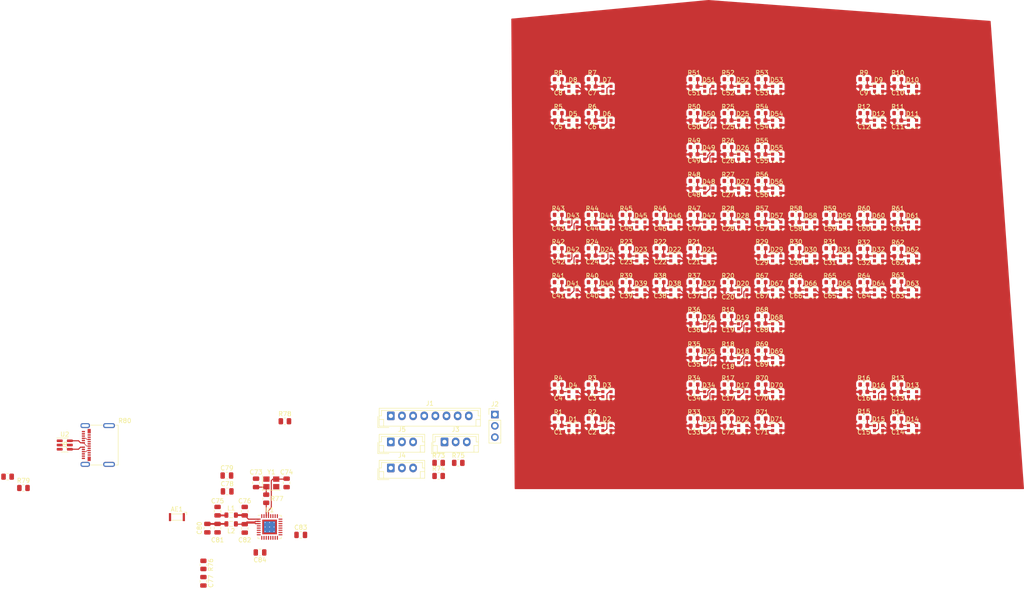
<source format=kicad_pcb>
(kicad_pcb (version 20211014) (generator pcbnew)
  (layers (0 "F.Cu" signal) (31 "B.Cu" signal) (34 "B.Paste" user) (35 "F.Paste" user) (36 "B.SilkS" user "B.Silkscreen") (37 "F.SilkS" user "F.Silkscreen") (38 "B.Mask" user) (39 "F.Mask" user) (44 "Edge.Cuts" user))
  (net 0 "")
  (net 1 "GND")
  (net 2 "Net-(AE1-Pad2)")
  (net 3 "Net-(C1-Pad1)")
  (net 4 "Net-(C2-Pad1)")
  (net 5 "Net-(C3-Pad1)")
  (net 6 "Net-(C4-Pad1)")
  (net 7 "Net-(C5-Pad1)")
  (net 8 "Net-(C6-Pad1)")
  (net 9 "Net-(C7-Pad1)")
  (net 10 "Net-(C8-Pad1)")
  (net 11 "Net-(C9-Pad1)")
  (net 12 "Net-(C10-Pad1)")
  (net 13 "Net-(C11-Pad1)")
  (net 14 "Net-(C12-Pad1)")
  (net 15 "Net-(C13-Pad1)")
  (net 16 "Net-(C14-Pad1)")
  (net 17 "Net-(C15-Pad1)")
  (net 18 "Net-(C16-Pad1)")
  (net 19 "Net-(C17-Pad1)")
  (net 20 "Net-(C18-Pad1)")
  (net 21 "Net-(C19-Pad1)")
  (net 22 "Net-(C20-Pad1)")
  (net 23 "Net-(C21-Pad1)")
  (net 24 "Net-(C22-Pad1)")
  (net 25 "Net-(C23-Pad1)")
  (net 26 "Net-(C24-Pad1)")
  (net 27 "Net-(C25-Pad1)")
  (net 28 "Net-(C26-Pad1)")
  (net 29 "Net-(C27-Pad1)")
  (net 30 "Net-(C28-Pad1)")
  (net 31 "Net-(C29-Pad1)")
  (net 32 "Net-(C30-Pad1)")
  (net 33 "Net-(C31-Pad1)")
  (net 34 "Net-(C32-Pad1)")
  (net 35 "Net-(C33-Pad1)")
  (net 36 "Net-(C34-Pad1)")
  (net 37 "Net-(C35-Pad1)")
  (net 38 "Net-(C36-Pad1)")
  (net 39 "Net-(C37-Pad1)")
  (net 40 "Net-(C38-Pad1)")
  (net 41 "Net-(C39-Pad1)")
  (net 42 "Net-(C40-Pad1)")
  (net 43 "Net-(C41-Pad1)")
  (net 44 "Net-(C42-Pad1)")
  (net 45 "Net-(C43-Pad1)")
  (net 46 "Net-(C44-Pad1)")
  (net 47 "Net-(C45-Pad1)")
  (net 48 "Net-(C46-Pad1)")
  (net 49 "Net-(C47-Pad1)")
  (net 50 "Net-(C48-Pad1)")
  (net 51 "Net-(C49-Pad1)")
  (net 52 "Net-(C50-Pad1)")
  (net 53 "Net-(C51-Pad1)")
  (net 54 "Net-(C52-Pad1)")
  (net 55 "Net-(C53-Pad1)")
  (net 56 "Net-(C54-Pad1)")
  (net 57 "Net-(C55-Pad1)")
  (net 58 "Net-(C56-Pad1)")
  (net 59 "Net-(C57-Pad1)")
  (net 60 "Net-(C58-Pad1)")
  (net 61 "Net-(C59-Pad1)")
  (net 62 "Net-(C60-Pad1)")
  (net 63 "Net-(C61-Pad1)")
  (net 64 "Net-(C62-Pad1)")
  (net 65 "Net-(C63-Pad1)")
  (net 66 "Net-(C64-Pad1)")
  (net 67 "Net-(C65-Pad1)")
  (net 68 "Net-(C66-Pad1)")
  (net 69 "Net-(C67-Pad1)")
  (net 70 "Net-(C68-Pad1)")
  (net 71 "Net-(C69-Pad1)")
  (net 72 "Net-(C70-Pad1)")
  (net 73 "Net-(C71-Pad1)")
  (net 74 "Net-(C72-Pad1)")
  (net 75 "Net-(C73-Pad2)")
  (net 76 "Net-(C74-Pad1)")
  (net 77 "/ESP-C3/LNA_IN")
  (net 78 "/ESP-C3/CHIP_EN")
  (net 79 "+3.3V")
  (net 80 "+3.3VA")
  (net 81 "Net-(D1-Pad2)")
  (net 82 "/Din_BASE")
  (net 83 "Net-(D2-Pad2)")
  (net 84 "Net-(D3-Pad2)")
  (net 85 "Net-(D4-Pad2)")
  (net 86 "Net-(D5-Pad2)")
  (net 87 "Net-(D6-Pad2)")
  (net 88 "Net-(D7-Pad2)")
  (net 89 "Net-(D8-Pad2)")
  (net 90 "Net-(D10-Pad4)")
  (net 91 "Net-(D10-Pad2)")
  (net 92 "Net-(D11-Pad2)")
  (net 93 "Net-(D12-Pad2)")
  (net 94 "Net-(D13-Pad2)")
  (net 95 "Net-(D14-Pad2)")
  (net 96 "Net-(D15-Pad2)")
  (net 98 "Net-(D17-Pad2)")
  (net 99 "/Din_GOAL")
  (net 100 "Net-(D18-Pad2)")
  (net 101 "Net-(D19-Pad2)")
  (net 102 "Net-(D20-Pad2)")
  (net 103 "Net-(D21-Pad2)")
  (net 104 "Net-(D22-Pad2)")
  (net 105 "Net-(D23-Pad2)")
  (net 106 "Net-(D24-Pad2)")
  (net 107 "Net-(D25-Pad2)")
  (net 108 "Net-(D26-Pad2)")
  (net 109 "Net-(D27-Pad2)")
  (net 110 "Net-(D28-Pad2)")
  (net 111 "Net-(D29-Pad2)")
  (net 112 "Net-(D30-Pad2)")
  (net 113 "Net-(D31-Pad2)")
  (net 115 "Net-(D33-Pad2)")
  (net 116 "/Din_FIELD")
  (net 117 "Net-(D34-Pad2)")
  (net 118 "Net-(D35-Pad2)")
  (net 119 "Net-(D36-Pad2)")
  (net 120 "Net-(D37-Pad2)")
  (net 121 "Net-(D38-Pad2)")
  (net 122 "Net-(D39-Pad2)")
  (net 123 "Net-(D40-Pad2)")
  (net 124 "Net-(D41-Pad2)")
  (net 125 "Net-(D42-Pad2)")
  (net 126 "Net-(D43-Pad2)")
  (net 127 "Net-(D44-Pad2)")
  (net 128 "Net-(D45-Pad2)")
  (net 129 "Net-(D46-Pad2)")
  (net 130 "Net-(D47-Pad2)")
  (net 131 "Net-(D48-Pad2)")
  (net 132 "Net-(D49-Pad2)")
  (net 133 "Net-(D50-Pad2)")
  (net 134 "Net-(D51-Pad2)")
  (net 135 "Net-(D52-Pad2)")
  (net 136 "Net-(D53-Pad2)")
  (net 137 "Net-(D54-Pad2)")
  (net 138 "Net-(D55-Pad2)")
  (net 139 "Net-(D56-Pad2)")
  (net 140 "Net-(D57-Pad2)")
  (net 141 "Net-(D58-Pad2)")
  (net 142 "Net-(D59-Pad2)")
  (net 143 "Net-(D60-Pad2)")
  (net 144 "Net-(D61-Pad2)")
  (net 145 "Net-(D62-Pad2)")
  (net 146 "Net-(D63-Pad2)")
  (net 147 "Net-(D64-Pad2)")
  (net 148 "Net-(D65-Pad2)")
  (net 149 "Net-(D66-Pad2)")
  (net 150 "Net-(D67-Pad2)")
  (net 151 "Net-(D68-Pad2)")
  (net 152 "Net-(D69-Pad2)")
  (net 153 "Net-(D70-Pad2)")
  (net 154 "Net-(D71-Pad2)")
  (net 156 "/LED {slash} BL")
  (net 157 "/CS")
  (net 158 "/SCK")
  (net 159 "/DC")
  (net 160 "/RST")
  (net 161 "/MOSI")
  (net 162 "+5V")
  (net 163 "+3V3")
  (net 164 "/BL")
  (net 165 "/Button_1")
  (net 166 "/Button_2")
  (net 167 "/Button_3")
  (net 170 "VBUS")
  (net 171 "/ESP-C3/CC1")
  (net 172 "Net-(J6-PadA7)")
  (net 178 "/ESP-C3/CC2")
  (net 182 "Net-(R77-Pad2)")
  (net 183 "Net-(R78-Pad1)")
  (net 184 "/ESP-C3/GPIO_21")
  (net 192 "/ESP-C3/USB_D-")
  (net 193 "/ESP-C3/USB_D+")
  (net 194 "Net-(U2-Pad4)")
  (footprint "Capacitor_SMD:C_0603_1608Metric" (layer "F.Cu") (at 226.568 113.665 180)
    (fp_text reference "C64")
    (fp_text value "100n")
  )
  (footprint "LED_SMD:LED_WS2812B-2020_PLCC4_2.0x2.0mm" (layer "F.Cu") (at 207.01 99.06)
    (fp_text reference "D57")
    (fp_text value "WS2812B")
  )
  (footprint "LED_SMD:LED_WS2812B-2020_PLCC4_2.0x2.0mm" (layer "F.Cu") (at 191.77 129.54)
    (fp_text reference "D35")
    (fp_text value "WS2812B")
  )
  (footprint "Capacitor_SMD:C_0603_1608Metric" (layer "F.Cu") (at 196.088 83.312 180)
    (fp_text reference "C26")
    (fp_text value "100n")
  )
  (footprint "LED_SMD:LED_WS2812B-2020_PLCC4_2.0x2.0mm" (layer "F.Cu") (at 161.29 76.2)
    (fp_text reference "D5")
    (fp_text value "WS2812B")
  )
  (footprint "Resistor_SMD:R_0603_1608Metric" (layer "F.Cu") (at 157.988 66.421)
    (fp_text reference "R8")
    (fp_text value "270")
  )
  (footprint "Connector_JST:JST_EH_B8B-EH-A_1x08_P2.50mm_Vertical" (layer "F.Cu") (at 120.414 142.047)
    (fp_text reference "J1")
    (fp_text value "Conn_01x08")
  )
  (footprint "Capacitor_SMD:C_0805_2012Metric" (layer "F.Cu") (at 91.059 172.72 180)
    (fp_text reference "C84")
    (fp_text value "0.1µF")
  )
  (footprint "LED_SMD:LED_WS2812B-2020_PLCC4_2.0x2.0mm" (layer "F.Cu") (at 229.87 144.78)
    (fp_text reference "D15")
    (fp_text value "WS2812B")
  )
  (footprint "Capacitor_SMD:C_0603_1608Metric" (layer "F.Cu") (at 196.088 121.285 180)
    (fp_text reference "C19")
    (fp_text value "100n")
  )
  (footprint "LED_SMD:LED_WS2812B-2020_PLCC4_2.0x2.0mm" (layer "F.Cu") (at 199.39 129.54)
    (fp_text reference "D18")
    (fp_text value "WS2812B")
  )
  (footprint "Capacitor_SMD:C_0603_1608Metric" (layer "F.Cu") (at 196.088 129.032 180)
    (fp_text reference "C18")
    (fp_text value "100n")
  )
  (footprint "Resistor_SMD:R_0603_1608Metric" (layer "F.Cu") (at 196.088 66.421)
    (fp_text reference "R52")
    (fp_text value "270")
  )
  (footprint "LED_SMD:LED_WS2812B-2020_PLCC4_2.0x2.0mm" (layer "F.Cu") (at 237.49 76.2)
    (fp_text reference "D11")
    (fp_text value "WS2812B")
  )
  (footprint "LED_SMD:LED_WS2812B-2020_PLCC4_2.0x2.0mm" (layer "F.Cu") (at 207.01 106.68)
    (fp_text reference "D29")
    (fp_text value "WS2812B")
  )
  (footprint "Capacitor_SMD:C_0603_1608Metric" (layer "F.Cu") (at 188.468 121.285 180)
    (fp_text reference "C36")
    (fp_text value "100n")
  )
  (footprint "LED_SMD:LED_WS2812B-2020_PLCC4_2.0x2.0mm" (layer "F.Cu") (at 207.01 144.78)
    (fp_text reference "D71")
    (fp_text value "WS2812B")
  )
  (footprint "Capacitor_SMD:C_0603_1608Metric" (layer "F.Cu") (at 218.948 106.172 180)
    (fp_text reference "C31")
    (fp_text value "100n")
  )
  (footprint "Resistor_SMD:R_0805_2012Metric" (layer "F.Cu") (at 92.456 160.655 -90)
    (fp_text reference "R77")
    (fp_text value "22")
  )
  (footprint "Resistor_SMD:R_0603_1608Metric" (layer "F.Cu") (at 173.228 112.014)
    (fp_text reference "R39")
    (fp_text value "270")
  )
  (footprint "Resistor_SMD:R_0603_1608Metric" (layer "F.Cu") (at 226.568 135.001)
    (fp_text reference "R16")
    (fp_text value "270")
  )
  (footprint "LED_SMD:LED_WS2812B-2020_PLCC4_2.0x2.0mm" (layer "F.Cu") (at 199.39 68.58)
    (fp_text reference "D52")
    (fp_text value "WS2812B")
  )
  (footprint "LED_SMD:LED_WS2812B-2020_PLCC4_2.0x2.0mm" (layer "F.Cu") (at 207.01 137.16)
    (fp_text reference "D70")
    (fp_text value "WS2812B")
  )
  (footprint "Resistor_SMD:R_0805_2012Metric" (layer "F.Cu") (at 37.973 158.242)
    (fp_text reference "R79")
    (fp_text value "5k1")
  )
  (footprint "Crystal:Crystal_SMD_3225-4Pin_3.2x2.5mm" (layer "F.Cu") (at 93.599 157.099)
    (fp_text reference "Y1")
    (fp_text value "Crystal_GND24")
  )
  (footprint "Resistor_SMD:R_0603_1608Metric" (layer "F.Cu") (at 180.848 96.901)
    (fp_text reference "R46")
    (fp_text value "270")
  )
  (footprint "LED_SMD:LED_WS2812B-2020_PLCC4_2.0x2.0mm" (layer "F.Cu") (at 176.53 99.06)
    (fp_text reference "D45")
    (fp_text value "WS2812B")
  )
  (footprint "Capacitor_SMD:C_0603_1608Metric" (layer "F.Cu") (at 203.708 113.665 180)
    (fp_text reference "C67")
    (fp_text value "100n")
  )
  (footprint "Resistor_SMD:R_0603_1608Metric" (layer "F.Cu") (at 188.468 119.634)
    (fp_text reference "R36")
    (fp_text value "270")
  )
  (footprint "Capacitor_SMD:C_0603_1608Metric" (layer "F.Cu") (at 188.468 98.552 180)
    (fp_text reference "C47")
    (fp_text value "100n")
  )
  (footprint "LED_SMD:LED_WS2812B-2020_PLCC4_2.0x2.0mm" (layer "F.Cu") (at 207.01 83.82)
    (fp_text reference "D55")
    (fp_text value "WS2812B")
  )
  (footprint "Capacitor_SMD:C_0603_1608Metric" (layer "F.Cu") (at 165.608 98.552 180)
    (fp_text reference "C44")
    (fp_text value "100n")
  )
  (footprint "Capacitor_SMD:C_0603_1608Metric" (layer "F.Cu") (at 188.468 106.045 180)
    (fp_text reference "C21")
    (fp_text value "100n")
  )
  (footprint "Resistor_SMD:R_0603_1608Metric" (layer "F.Cu") (at 188.468 66.421)
    (fp_text reference "R51")
    (fp_text value "270")
  )
  (footprint "Capacitor_SMD:C_0603_1608Metric" (layer "F.Cu") (at 218.948 98.552 180)
    (fp_text reference "C59")
    (fp_text value "100n")
  )
  (footprint "LED_SMD:LED_WS2812B-2020_PLCC4_2.0x2.0mm" (layer "F.Cu") (at 237.49 99.06)
    (fp_text reference "D61")
    (fp_text value "WS2812B")
  )
  (footprint "Capacitor_SMD:C_0603_1608Metric" (layer "F.Cu") (at 188.468 136.652 180)
    (fp_text reference "C34")
    (fp_text value "100n")
  )
  (footprint "LED_SMD:LED_WS2812B-2020_PLCC4_2.0x2.0mm" (layer "F.Cu") (at 191.77 106.68)
    (fp_text reference "D21")
    (fp_text value "WS2812B")
  )
  (footprint "Resistor_SMD:R_0603_1608Metric" (layer "F.Cu") (at 234.188 104.521)
    (fp_text reference "R62")
    (fp_text value "270")
  )
  (footprint "Capacitor_SMD:C_0603_1608Metric" (layer "F.Cu") (at 188.468 144.272 180)
    (fp_text reference "C33")
    (fp_text value "100n")
  )
  (footprint "Capacitor_SMD:C_0603_1608Metric" (layer "F.Cu") (at 203.708 83.312 180)
    (fp_text reference "C55")
    (fp_text value "100n")
  )
  (footprint "LED_SMD:LED_WS2812B-2020_PLCC4_2.0x2.0mm" (layer "F.Cu") (at 161.29 99.06)
    (fp_text reference "D43")
    (fp_text value "WS2812B")
  )
  (footprint "Capacitor_SMD:C_0603_1608Metric" (layer "F.Cu") (at 226.568 75.692 180)
    (fp_text reference "C12")
    (fp_text value "100n")
  )
  (footprint "LED_SMD:LED_WS2812B-2020_PLCC4_2.0x2.0mm" (layer "F.Cu") (at 191.77 137.16)
    (fp_text reference "D34")
    (fp_text value "WS2812B")
  )
  (footprint "LED_SMD:LED_WS2812B-2020_PLCC4_2.0x2.0mm" (layer "F.Cu") (at 176.53 106.68)
    (fp_text reference "D23")
    (fp_text value "WS2812B")
  )
  (footprint "LED_SMD:LED_WS2812B-2020_PLCC4_2.0x2.0mm" (layer "F.Cu") (at 191.77 121.92)
    (fp_text reference "D36")
    (fp_text value "WS2812B")
  )
  (footprint "LED_SMD:LED_WS2812B-2020_PLCC4_2.0x2.0mm" (layer "F.Cu") (at 199.39 76.2)
    (fp_text reference "D25")
    (fp_text value "WS2812B")
  )
  (footprint "Capacitor_SMD:C_0603_1608Metric" (layer "F.Cu") (at 196.088 75.692 180)
    (fp_text reference "C25")
    (fp_text value "100n")
  )
  (footprint "LED_SMD:LED_WS2812B-2020_PLCC4_2.0x2.0mm" (layer "F.Cu") (at 191.77 144.78)
    (fp_text reference "D33")
    (fp_text value "WS2812B")
  )
  (footprint "LED_SMD:LED_WS2812B-2020_PLCC4_2.0x2.0mm" (layer "F.Cu") (at 222.25 99.06)
    (fp_text reference "D59")
    (fp_text value "WS2812B")
  )
  (footprint "Capacitor_SMD:C_0603_1608Metric" (layer "F.Cu") (at 226.568 68.072 180)
    (fp_text reference "C9")
    (fp_text value "100n")
  )
  (footprint "Resistor_SMD:R_0603_1608Metric" (layer "F.Cu") (at 165.608 135.001)
    (fp_text reference "R3")
    (fp_text value "270")
  )
  (footprint "LED_SMD:LED_WS2812B-2020_PLCC4_2.0x2.0mm" (layer "F.Cu") (at 207.01 76.2)
    (fp_text reference "D54")
    (fp_text value "WS2812B")
  )
  (footprint "Resistor_SMD:R_0603_1608Metric" (layer "F.Cu") (at 226.568 104.521)
    (fp_text reference "R32")
    (fp_text value "270")
  )
  (footprint "Resistor_SMD:R_0603_1608Metric" (layer "F.Cu") (at 165.608 104.394)
    (fp_text reference "R24")
    (fp_text value "270")
  )
  (footprint "Capacitor_SMD:C_0603_1608Metric" (layer "F.Cu") (at 173.228 113.665 180)
    (fp_text reference "C39")
    (fp_text value "100n")
  )
  (footprint "Capacitor_SMD:C_0603_1608Metric" (layer "F.Cu") (at 234.188 106.172 180)
    (fp_text reference "C62")
    (fp_text value "100n")
  )
  (footprint "antenna:ANT3216LL00R2400A" (layer "F.Cu") (at 72.39 164.785 180)
    (fp_text reference "AE1")
    (fp_text value "ANT3216LL00R2400A")
  )
  (footprint "Capacitor_SMD:C_0603_1608Metric" (layer "F.Cu") (at 226.568 98.552 180)
    (fp_text reference "C60")
    (fp_text value "100n")
  )
  (footprint "LED_SMD:LED_WS2812B-2020_PLCC4_2.0x2.0mm" (layer "F.Cu") (at 214.63 99.06)
    (fp_text reference "D58")
    (fp_text value "WS2812B")
  )
  (footprint "Capacitor_SMD:C_0603_1608Metric" (layer "F.Cu") (at 157.988 75.692 180)
    (fp_text reference "C5")
    (fp_text value "100n")
  )
  (footprint "Capacitor_SMD:C_0603_1608Metric" (layer "F.Cu") (at 218.948 113.665 180)
    (fp_text reference "C65")
    (fp_text value "100n")
  )
  (footprint "Capacitor_SMD:C_0805_2012Metric" (layer "F.Cu") (at 87.63 163.449 90)
    (fp_text reference "C76")
    (fp_text value "3.3p")
  )
  (footprint "LED_SMD:LED_WS2812B-2020_PLCC4_2.0x2.0mm" (layer "F.Cu") (at 184.15 106.68)
    (fp_text reference "D22")
    (fp_text value "WS2812B")
  )
  (footprint "Capacitor_SMD:C_0603_1608Metric" (layer "F.Cu") (at 234.188 144.272 180)
    (fp_text reference "C14")
    (fp_text value "100n")
  )
  (footprint "LED_SMD:LED_WS2812B-2020_PLCC4_2.0x2.0mm" (layer "F.Cu") (at 229.87 106.68)
    (fp_text reference "D32")
    (fp_text value "WS2812B")
  )
  (footprint "Resistor_SMD:R_0603_1608Metric" (layer "F.Cu") (at 188.468 112.014)
    (fp_text reference "R37")
    (fp_text value "270")
  )
  (footprint "Capacitor_SMD:C_0603_1608Metric" (layer "F.Cu") (at 234.188 136.652 180)
    (fp_text reference "C13")
    (fp_text value "100n")
  )
  (footprint "Resistor_SMD:R_0603_1608Metric" (layer "F.Cu") (at 188.468 81.661)
    (fp_text reference "R49")
    (fp_text value "270")
  )
  (footprint "Resistor_SMD:R_0603_1608Metric" (layer "F.Cu") (at 218.948 104.394)
    (fp_text reference "R31")
    (fp_text value "270")
  )
  (footprint "Capacitor_SMD:C_0603_1608Metric" (layer "F.Cu") (at 203.708 121.285 180)
    (fp_text reference "C68")
    (fp_text value "100n")
  )
  (footprint "Capacitor_SMD:C_0603_1608Metric" (layer "F.Cu") (at 188.468 113.665 180)
    (fp_text reference "C37")
    (fp_text value "100n")
  )
  (footprint "Resistor_SMD:R_0603_1608Metric" (layer "F.Cu") (at 203.708 135.001)
    (fp_text reference "R70")
    (fp_text value "270")
  )
  (footprint "Capacitor_SMD:C_0603_1608Metric" (layer "F.Cu") (at 196.088 136.652 180)
    (fp_text reference "C17")
    (fp_text value "100n")
  )
  (footprint "USB_C:USB_C_MOLEX_1054500101" (layer "F.Cu") (at 59.2265 148.608 90)
    (fp_text reference "J6")
    (fp_text value "USB_C_Receptacle")
  )
  (footprint "Resistor_SMD:R_0603_1608Metric" (layer "F.Cu") (at 188.468 96.901)
    (fp_text reference "R47")
    (fp_text value "270")
  )
  (footprint "LED_SMD:LED_WS2812B-2020_PLCC4_2.0x2.0mm" (layer "F.Cu") (at 191.77 91.44)
    (fp_text reference "D48")
    (fp_text value "WS2812B")
  )
  (footprint "Resistor_SMD:R_0603_1608Metric" (layer "F.Cu") (at 173.228 104.394)
    (fp_text reference "R23")
    (fp_text value "270")
  )
  (footprint "Package_TO_SOT_SMD:SOT-23-6" (layer "F.Cu") (at 47.244 148.59)
    (fp_text reference "U2")
    (fp_text value "USBLC6-2SC6")
  )
  (footprint "LED_SMD:LED_WS2812B-2020_PLCC4_2.0x2.0mm" (layer "F.Cu") (at 191.77 114.3)
    (fp_text reference "D37")
    (fp_text value "WS2812B")
  )
  (footprint "Capacitor_SMD:C_0603_1608Metric" (layer "F.Cu") (at 234.188 75.692 180)
    (fp_text reference "C11")
    (fp_text value "100n")
  )
  (footprint "Resistor_SMD:R_0603_1608Metric" (layer "F.Cu") (at 218.948 112.014)
    (fp_text reference "R65")
    (fp_text value "270")
  )
  (footprint "Capacitor_SMD:C_0603_1608Metric" (layer "F.Cu") (at 173.228 106.045 180)
    (fp_text reference "C23")
    (fp_text value "100n")
  )
  (footprint "Resistor_SMD:R_0603_1608Metric" (layer "F.Cu") (at 196.088 127.381)
    (fp_text reference "R18")
    (fp_text value "270")
  )
  (footprint "Resistor_SMD:R_0603_1608Metric" (layer "F.Cu") (at 226.568 74.041)
    (fp_text reference "R12")
    (fp_text value "270")
  )
  (footprint "LED_SMD:LED_WS2812B-2020_PLCC4_2.0x2.0mm" (layer "F.Cu") (at 168.91 99.06)
    (fp_text reference "D44")
    (fp_text value "WS2812B")
  )
  (footprint "LED_SMD:LED_WS2812B-2020_PLCC4_2.0x2.0mm" (layer "F.Cu") (at 161.29 144.78)
    (fp_text reference "D1")
    (fp_text value "WS2812B")
  )
  (footprint "Capacitor_SMD:C_0603_1608Metric" (layer "F.Cu") (at 203.708 106.172 180)
    (fp_text reference "C29")
    (fp_text value "100n")
  )
  (footprint "LED_SMD:LED_WS2812B-2020_PLCC4_2.0x2.0mm" (layer "F.Cu") (at 229.87 114.3)
    (fp_text reference "D64")
    (fp_text value "WS2812B")
  )
  (footprint "Capacitor_SMD:C_0603_1608Metric" (layer "F.Cu") (at 234.188 68.072 180)
    (fp_text reference "C10")
    (fp_text value "100n")
  )
  (footprint "Capacitor_SMD:C_0603_1608Metric" (layer "F.Cu") (at 180.848 98.552 180)
    (fp_text reference "C46")
    (fp_text value "100n")
  )
  (footprint "Capacitor_SMD:C_0603_1608Metric" (layer "F.Cu") (at 157.988 144.272 180)
    (fp_text reference "C1")
    (fp_text value "100n")
  )
  (footprint "LED_SMD:LED_WS2812B-2020_PLCC4_2.0x2.0mm" (layer "F.Cu") (at 161.29 68.58)
    (fp_text reference "D8")
    (fp_text value "WS2812B")
  )
  (footprint "Resistor_SMD:R_0603_1608Metric" (layer "F.Cu") (at 203.708 119.634)
    (fp_text reference "R68")
    (fp_text value "270")
  )
  (footprint "Capacitor_SMD:C_0603_1608Metric" (layer "F.Cu") (at 226.568 106.172 180)
    (fp_text reference "C32")
    (fp_text value "100n")
  )
  (footprint "Connector_JST:JST_EH_B3B-EH-A_1x03_P2.50mm_Vertical" (layer "F.Cu") (at 120.414 147.897)
    (fp_text reference "J5")
    (fp_text value "Conn_01x03")
  )
  (footprint "LED_SMD:LED_WS2812B-2020_PLCC4_2.0x2.0mm" (layer "F.Cu") (at 229.87 76.2)
    (fp_text reference "D12")
    (fp_text value "WS2812B")
  )
  (footprint "LED_SMD:LED_WS2812B-2020_PLCC4_2.0x2.0mm" (layer "F.Cu") (at 161.29 114.3)
    (fp_text reference "D41")
    (fp_text value "WS2812B")
  )
  (footprint "LED_SMD:LED_WS2812B-2020_PLCC4_2.0x2.0mm" (layer "F.Cu") (at 199.39 114.3)
    (fp_text reference "D20")
    (fp_text value "WS2812B")
  )
  (footprint "Capacitor_SMD:C_0603_1608Metric" (layer "F.Cu") (at 157.988 98.552 180)
    (fp_text reference "C43")
    (fp_text value "100n")
  )
  (footprint "Capacitor_SMD:C_0603_1608Metric" (layer "F.Cu") (at 196.088 144.272 180)
    (fp_text reference "C72")
    (fp_text value "100n")
  )
  (footprint "Resistor_SMD:R_0603_1608Metric" (layer "F.Cu") (at 157.988 96.901)
    (fp_text reference "R43")
    (fp_text value "270")
  )
  (footprint "Capacitor_SMD:C_0603_1608Metric" (layer "F.Cu") (at 211.328 98.552 180)
    (fp_text reference "C58")
    (fp_text value "100n")
  )
  (footprint "Capacitor_SMD:C_0603_1608Metric" (layer "F.Cu") (at 211.328 106.172 180)
    (fp_text reference "C30")
    (fp_text value "100n")
  )
  (footprint "LED_SMD:LED_WS2812B-2020_PLCC4_2.0x2.0mm" (layer "F.Cu") (at 199.39 144.78)
    (fp_text reference "D72")
    (fp_text value "WS2812B")
  )
  (footprint "LED_SMD:LED_WS2812B-2020_PLCC4_2.0x2.0mm" (layer "F.Cu") (at 237.49 106.68)
    (fp_text reference "D62")
    (fp_text value "WS2812B")
  )
  (footprint "LED_SMD:LED_WS2812B-2020_PLCC4_2.0x2.0mm" (layer "F.Cu") (at 161.29 137.16)
    (fp_text reference "D4")
    (fp_text value "WS2812B")
  )
  (footprint "Resistor_SMD:R_0603_1608Metric" (layer "F.Cu") (at 226.568 142.494)
    (fp_text reference "R15")
    (fp_text value "270")
  )
  (footprint "Resistor_SMD:R_0603_1608Metric" (layer "F.Cu") (at 203.708 89.281)
    (fp_text reference "R56")
    (fp_text value "270")
  )
  (footprint "Resistor_SMD:R_0603_1608Metric" (layer "F.Cu") (at 203.708 66.421)
    (fp_text reference "R53")
    (fp_text value "270")
  )
  (footprint "Resistor_SMD:R_0603_1608Metric" (layer "F.Cu") (at 234.188 111.887)
    (fp_text reference "R63")
    (fp_text value "270")
  )
  (footprint "LED_SMD:LED_WS2812B-2020_PLCC4_2.0x2.0mm" (layer "F.Cu") (at 207.01 68.58)
    (fp_text reference "D53")
    (fp_text value "WS2812B")
  )
  (footprint "Capacitor_SMD:C_0805_2012Metric" (layer "F.Cu") (at 83.627 155.448)
    (fp_text reference "C79")
    (fp_text value "10µF")
  )
  (footprint "Resistor_SMD:R_0603_1608Metric" (layer "F.Cu") (at 165.608 112.014)
    (fp_text reference "R40")
    (fp_text value "270")
  )
  (footprint "Capacitor_SMD:C_0805_2012Metric" (layer "F.Cu") (at 79.248 167.259 -90)
    (fp_text reference "C80")
    (fp_text value "10µF")
  )
  (footprint "Capacitor_SMD:C_0603_1608Metric" (layer "F.Cu") (at 211.328 113.665 180)
    (fp_text reference "C66")
    (fp_text value "100n")
  )
  (footprint "Capacitor_SMD:C_0603_1608Metric" (layer "F.Cu") (at 157.988 68.072 180)
    (fp_text reference "C8")
    (fp_text value "100n")
  )
  (footprint "Capacitor_SMD:C_0603_1608Metric" (layer "F.Cu") (at 203.708 129.032 180)
    (fp_text reference "C69")
    (fp_text value "100n")
  )
  (footprint "Connector_JST:JST_EH_B3B-EH-A_1x03_P2.50mm_Vertical" (layer "F.Cu") (at 132.464 147.897)
    (fp_text reference "J3")
    (fp_text value "Conn_01x03")
  )
  (footprint "Resistor_SMD:R_0805_2012Metric" (layer "F.Cu") (at 135.554 152.597)
    (fp_text reference "R75")
    (fp_text value "10k")
  )
  (footprint "Capacitor_SMD:C_0603_1608Metric" (layer "F.Cu") (at 196.088 98.552 180)
    (fp_text reference "C28")
    (fp_text value "100n")
  )
  (footprint "LED_SMD:LED_WS2812B-2020_PLCC4_2.0x2.0mm" (layer "F.Cu") (at 184.15 99.06)
    (fp_text reference "D46")
    (fp_text value "WS2812B")
  )
  (footprint "Resistor_SMD:R_0603_1608Metric" (layer "F.Cu") (at 196.088 81.661)
    (fp_text reference "R26")
    (fp_text value "270")
  )
  (footprint "Resistor_SMD:R_0603_1608Metric" (layer "F.Cu") (at 188.468 135.001)
    (fp_text reference "R34")
    (fp_text value "270")
  )
  (footprint "LED_SMD:LED_WS2812B-2020_PLCC4_2.0x2.0mm" (layer "F.Cu") (at 191.77 83.82)
    (fp_text reference "D49")
    (fp_text value "WS2812B")
  )
  (footprint "Resistor_SMD:R_0603_1608Metric" (layer "F.Cu") (at 234.188 142.621)
    (fp_text reference "R14")
    (fp_text value "270")
  )
  (footprint "Package_DFN_QFN:QFN-32-1EP_5x5mm_P0.5mm_EP3.3x3.3mm_ThermalVias" (layer "F.Cu") (at 93.21 166.997)
    (fp_text reference "U1")
    (fp_text value "ESP32-C3")
  )
  (footprint "LED_SMD:LED_WS2812B-2020_PLCC4_2.0x2.0mm" (layer "F.Cu") (at 168.91 114.3)
    (fp_text reference "D40")
    (fp_text value "WS2812B")
  )
  (footprint "Capacitor_SMD:C_0603_1608Metric" (layer "F.Cu") (at 188.468 68.072 180)
    (fp_text reference "C51")
    (fp_text value "100n")
  )
  (footprint "Capacitor_SMD:C_0603_1608Metric" (layer "F.Cu") (at 203.708 98.552 180)
    (fp_text reference "C57")
    (fp_text value "100n")
  )
  (footprint "Resistor_SMD:R_0603_1608Metric" (layer "F.Cu") (at 188.468 89.281)
    (fp_text reference "R48")
    (fp_text value "270")
  )
  (footprint "Resistor_SMD:R_0603_1608Metric" (layer "F.Cu") (at 196.088 135.001)
    (fp_text reference "R17")
    (fp_text value "270")
  )
  (footprint "Resistor_SMD:R_0805_2012Metric" (layer "F.Cu") (at 131.144 152.597)
    (fp_text reference "R73")
    (fp_text value "10k")
  )
  (footprint "Capacitor_SMD:C_0603_1608Metric" (layer "F.Cu") (at 173.228 98.552 180)
    (fp_text reference "C45")
    (fp_text value "100n")
  )
  (footprint "Resistor_SMD:R_0603_1608Metric" (layer "F.Cu") (at 157.988 112.014)
    (fp_text reference "R41")
    (fp_text value "270")
  )
  (footprint "Inductor_SMD:L_0805_2012Metric" (layer "F.Cu") (at 84.582 164.338)
    (fp_text reference "L1")
    (fp_text value "2.2n")
  )
  (footprint "LED_SMD:LED_WS2812B-2020_PLCC4_2.0x2.0mm" (layer "F.Cu") (at 161.29 106.68)
    (fp_text reference "D42")
    (fp_text value "WS2812B")
  )
  (footprint "Resistor_SMD:R_0603_1608Metric" (layer "F.Cu") (at 196.088 119.634)
    (fp_text reference "R19")
    (fp_text value "270")
  )
  (footprint "Resistor_SMD:R_0603_1608Metric" (layer "F.Cu") (at 234.188 66.421)
    (fp_text reference "R10")
    (fp_text value "270")
  )
  (footprint "Capacitor_SMD:C_0603_1608Metric" (layer "F.Cu") (at 157.988 136.652 180)
    (fp_text reference "C4")
    (fp_text value "100n")
  )
  (footprint "LED_SMD:LED_WS2812B-2020_PLCC4_2.0x2.0mm" (layer "F.Cu") (at 207.01 91.44)
    (fp_text reference "D56")
    (fp_text value "WS2812B")
  )
  (footprint "Resistor_SMD:R_0603_1608Metric" (layer "F.Cu") (at 196.088 74.041)
    (fp_text reference "R25")
    (fp_text value "270")
  )
  (footprint "LED_SMD:LED_WS2812B-2020_PLCC4_2.0x2.0mm" (layer "F.Cu") (at 222.25 114.3)
    (fp_text reference "D65")
    (fp_text value "WS2812B")
  )
  (footprint "Inductor_SMD:L_0805_2012Metric" (layer "F.Cu") (at 84.582 166.304)
    (fp_text reference "L2")
    (fp_text value "2.2n")
  )
  (footprint "Resistor_SMD:R_0603_1608Metric" (layer "F.Cu") (at 203.708 112.014)
    (fp_text reference "R67")
    (fp_text value "270")
  )
  (footprint "Capacitor_SMD:C_0805_2012Metric" (layer "F.Cu") (at 81.534 163.449 90)
    (fp_text reference "C75")
    (fp_text value "3.3p")
  )
  (footprint "Resistor_SMD:R_0603_1608Metric" (layer "F.Cu") (at 196.088 112.014)
    (fp_text reference "R20")
    (fp_text value "270")
  )
  (footprint "Resistor_SMD:R_0603_1608Metric" (layer "F.Cu") (at 211.328 104.394)
    (fp_text reference "R30")
    (fp_text value "270")
  )
  (footprint "Resistor_SMD:R_0603_1608Metric" (layer "F.Cu") (at 203.708 74.041)
    (fp_text reference "R54")
    (fp_text value "270")
  )
  (footprint "Resistor_SMD:R_0805_2012Metric" (layer "F.Cu") (at 78.359 175.514 -90)
    (fp_text reference "R76")
    (fp_text value "10k")
  )
  (footprint "Resistor_SMD:R_0603_1608Metric" (layer "F.Cu") (at 180.848 104.394)
    (fp_text reference "R22")
    (fp_text value "270")
  )
  (footprint "Resistor_SMD:R_0603_1608Metric" (layer "F.Cu") (at 226.568 66.421)
    (fp_text reference "R9")
    (fp_text value "270")
  )
  (footprint "Capacitor_SMD:C_0603_1608Metric" (layer "F.Cu") (at 203.708 90.932 180)
    (fp_text reference "C56")
    (fp_text value "100n")
  )
  (footprint "LED_SMD:LED_WS2812B-2020_PLCC4_2.0x2.0mm" (layer "F.Cu") (at 168.91 144.78)
    (fp_text reference "D2")
    (fp_text value "WS2812B")
  )
  (footprint "LED_SMD:LED_WS2812B-2020_PLCC4_2.0x2.0mm" (layer "F.Cu") (at 168.91 137.16)
    (fp_text reference "D3")
    (fp_text value "WS2812B")
  )
  (footprint "Resistor_SMD:R_0603_1608Metric" (layer "F.Cu") (at 203.708 127.381)
    (fp_text reference "R69")
    (fp_text value "270")
  )
  (footprint "LED_SMD:LED_WS2812B-2020_PLCC4_2.0x2.0mm" (layer "F.Cu") (at 199.39 99.06)
    (fp_text reference "D28")
    (fp_text value "WS2812B")
  )
  (footprint "LED_SMD:LED_WS2812B-2020_PLCC4_2.0x2.0mm" (layer "F.Cu") (at 222.25 106.68)
    (fp_text reference "D31")
    (fp_text value "WS2812B")
  )
  (footprint "Resistor_SMD:R_0603_1608Metric" (layer "F.Cu") (at 234.188 96.901)
    (fp_text reference "R61")
    (fp_text value "270")
  )
  (footprint "LED_SMD:LED_WS2812B-2020_PLCC4_2.0x2.0mm" (layer "F.Cu") (at 214.63 106.68)
    (fp_text reference "D30")
    (fp_text value "WS2812B")
  )
  (footprint "LED_SMD:LED_WS2812B-2020_PLCC4_2.0x2.0mm" (layer "F.Cu") (at 237.49 137.16)
    (fp_text reference "D13")
    (fp_text value "WS2812B")
  )
  (footprint "Capacitor_SMD:C_0603_1608Metric" (layer "F.Cu") (at 234.188 98.552 180)
    (fp_text reference "C61")
    (fp_text value "100n")
  )
  (footprint "Connector_PinHeader_2.54mm:PinHeader_1x03_P2.54mm_Vertical" (layer "F.Cu") (at 143.764 141.747)
    (fp_text reference "J2")
    (fp_text value "Conn_01x03_Male")
  )
  (footprint "Connector_JST:JST_EH_B3B-EH-A_1x03_P2.50mm_Vertical" (layer "F.Cu") (at 120.414 153.747)
    (fp_text reference "J4")
    (fp_text value "Conn_01x03")
  )
  (footprint "LED_SMD:LED_WS2812B-2020_PLCC4_2.0x2.0mm" (layer "F.Cu") (at 199.39 121.92)
    (fp_text reference "D19")
    (fp_text value "WS2812B")
  )
  (footprint "Capacitor_SMD:C_0603_1608Metric" (layer "F.Cu") (at 234.188 113.665 180)
    (fp_text reference "C63")
    (fp_text value "100n")
  )
  (footprint "Resistor_SMD:R_0603_1608Metric" (layer "F.Cu") (at 188.468 142.621)
    (fp_text reference "R33")
    (fp_text value "270")
  )
  (footprint "Resistor_SMD:R_0603_1608Metric" (layer "F.Cu") (at 196.088 89.281)
    (fp_text reference "R27")
    (fp_text value "270")
  )
  (footprint "Resistor_SMD:R_0805_2012Metric" (layer "F.Cu") (at 131.144 155.547)
    (fp_text reference "R74")
    (fp_text value "10k")
  )
  (footprint "Capacitor_SMD:C_0603_1608Metric" (layer "F.Cu") (at 165.608 113.665 180)
    (fp_text reference "C40")
    (fp_text value "100n")
  )
  (footprint "Resistor_SMD:R_0603_1608Metric" (layer "F.Cu") (at 157.988 104.394)
    (fp_text reference "R42")
    (fp_text value "270")
  )
  (footprint "LED_SMD:LED_WS2812B-2020_PLCC4_2.0x2.0mm" (layer "F.Cu") (at 207.01 121.92)
    (fp_text reference "D68")
    (fp_text value "WS2812B")
  )
  (footprint "LED_SMD:LED_WS2812B-2020_PLCC4_2.0x2.0mm" (layer "F.Cu") (at 214.63 114.3)
    (fp_text reference "D66")
    (fp_text value "WS2812B")
  )
  (footprint "Resistor_SMD:R_0603_1608Metric" (layer "F.Cu") (at 203.708 81.661)
    (fp_text reference "R55")
    (fp_text value "270")
  )
  (footprint "LED_SMD:LED_WS2812B-2020_PLCC4_2.0x2.0mm" (layer "F.Cu") (at 168.91 106.68)
    (fp_text reference "D24")
    (fp_text value "WS2812B")
  )
  (footprint "LED_SMD:LED_WS2812B-2020_PLCC4_2.0x2.0mm" (layer "F.Cu") (at 199.39 83.82)
    (fp_text reference "D26")
    (fp_text value "WS2812B")
  )
  (footprint "LED_SMD:LED_WS2812B-2020_PLCC4_2.0x2.0mm" (layer "F.Cu") (at 237.49 144.78)
    (fp_text reference "D14")
    (fp_text value "WS2812B")
  )
  (footprint "Resistor_SMD:R_0603_1608Metric" (layer "F.Cu") (at 157.988 135.001)
    (fp_text reference "R4")
    (fp_text value "270")
  )
  (footprint "LED_SMD:LED_WS2812B-2020_PLCC4_2.0x2.0mm" (layer "F.Cu") (at 176.53 114.3)
    (fp_text reference "D39")
    (fp_text value "WS2812B")
  )
  (footprint "Capacitor_SMD:C_0805_2012Metric" (layer "F.Cu") (at 83.693 159.004)
    (fp_text reference "C78")
    (fp_text value "1µF")
  )
  (footprint "Capacitor_SMD:C_0603_1608Metric" (layer "F.Cu") (at 203.708 68.072 180)
    (fp_text reference "C53")
    (fp_text value "100n")
  )
  (footprint "Capacitor_SMD:C_0603_1608Metric" (layer "F.Cu") (at 188.468 129.032 180)
    (fp_text reference "C35")
    (fp_text value "100n")
  )
  (footprint "Resistor_SMD:R_0603_1608Metric" (layer "F.Cu") (at 157.988 142.621)
    (fp_text reference "R1")
    (fp_text value "270")
  )
  (footprint "LED_SMD:LED_WS2812B-2020_PLCC4_2.0x2.0mm" (layer "F.Cu") (at 191.77 68.58)
    (fp_text reference "D51")
    (fp_text value "WS2812B")
  )
  (footprint "LED_SMD:LED_WS2812B-2020_PLCC4_2.0x2.0mm" (layer "F.Cu") (at 229.87 137.16)
    (fp_text reference "D16")
    (fp_text value "WS2812B")
  )
  (footprint "Resistor_SMD:R_0603_1608Metric" (layer "F.Cu") (at 180.848 112.014)
    (fp_text reference "R38")
    (fp_text value "270")
  )
  (footprint "Resistor_SMD:R_0603_1608Metric" (layer "F.Cu") (at 188.468 74.041)
    (fp_text reference "R50")
    (fp_text value "270")
  )
  (footprint "Resistor_SMD:R_0603_1608Metric" (layer "F.Cu") (at 157.988 74.041)
    (fp_text reference "R5")
    (fp_text value "270")
  )
  (footprint "Capacitor_SMD:C_0805_2012Metric" (layer "F.Cu") (at 87.63 167.32 -90)
    (fp_text reference "C82")
    (fp_text value "100n")
  )
  (footprint "Resistor_SMD:R_0603_1608Metric" (layer "F.Cu") (at 234.188 74.041)
    (fp_text reference "R11")
    (fp_text value "270")
  )
  (footprint "Resistor_SMD:R_0603_1608Metric" (layer "F.Cu") (at 211.328 112.014)
    (fp_text reference "R66")
    (fp_text value "270")
  )
  (footprint "Resistor_SMD:R_0603_1608Metric" (layer "F.Cu") (at 203.708 96.901)
    (fp_text reference "R57")
    (fp_text value "270")
  )
  (footprint "Capacitor_SMD:C_0805_2012Metric" (layer "F.Cu") (at 81.534 167.259 -90)
    (fp_text reference "C81")
    (fp_text value "100n")
  )
  (footprint "Capacitor_SMD:C_0603_1608Metric" (layer "F.Cu") (at 180.848 113.665 180)
    (fp_text reference "C38")
    (fp_text value "100n")
  )
  (footprint "Resistor_SMD:R_0603_1608Metric" (layer "F.Cu") (at 188.468 127.381)
    (fp_text reference "R35")
    (fp_text value "270")
  )
  (footprint "Capacitor_SMD:C_0603_1608Metric" (layer "F.Cu") (at 165.608 106.045 180)
    (fp_text reference "C24")
    (fp_text value "100n")
  )
  (footprint "LED_SMD:LED_WS2812B-2020_PLCC4_2.0x2.0mm" (layer "F.Cu") (at 199.39 91.44)
    (fp_text reference "D27")
    (fp_text value "WS2812B")
  )
  (footprint "LED_SMD:LED_WS2812B-2020_PLCC4_2.0x2.0mm" (layer "F.Cu") (at 207.01 129.54)
    (fp_text reference "D69")
    (fp_text value "WS2812B")
  )
  (footprint "Resistor_SMD:R_0603_1608Metric" (layer "F.Cu") (at 188.468 104.394)
    (fp_text reference "R21")
    (fp_text value "270")
  )
  (footprint "Capacitor_SMD:C_0603_1608Metric" (layer "F.Cu") (at 196.088 68.072 180)
    (fp_text reference "C52")
    (fp_text value "100n")
  )
  (footprint "Capacitor_SMD:C_0603_1608Metric" (layer "F.Cu") (at 226.568 144.272 180)
    (fp_text reference "C15")
    (fp_text value "100n")
  )
  (footprint "Capacitor_SMD:C_0603_1608Metric" (layer "F.Cu") (at 226.568 136.652 180)
    (fp_text reference "C16")
    (fp_text value "100n")
  )
  (footprint "Resistor_SMD:R_0603_1608Metric" (layer "F.Cu") (at 226.568 96.901)
    (fp_text reference "R60")
    (fp_text value "270")
  )
  (footprint "Capacitor_SMD:C_0603_1608Metric" (layer "F.Cu") (at 165.608 144.272 180)
    (fp_text reference "C2")
    (fp_text value "100n")
  )
  (footprint "Capacitor_SMD:C_0603_1608Metric" (layer "F.Cu") (at 203.708 75.692 180)
    (fp_text reference "C54")
    (fp_text value "100n")
  )
  (footprint "Resistor_SMD:R_0603_1608Metric" (layer "F.Cu") (at 211.328 96.901)
    (fp_text reference "R58")
    (fp_text value "270")
  )
  (footprint "Resistor_SMD:R_0603_1608Metric" (layer "F.Cu") (at 173.228 96.901)
    (fp_text reference "R45")
    (fp_text value "270")
  )
  (footprint "LED_SMD:LED_WS2812B-2020_PLCC4_2.0x2.0mm" (layer "F.Cu") (at 191.77 99.06)
    (fp_text reference "D47")
    (fp_text value "WS2812B")
  )
  (footprint "Capacitor_SMD:C_0603_1608Metric" (layer "F.Cu") (at 165.608 136.652 180)
    (fp_text reference "C3")
    (fp_text value "100n")
  )
  (footprint "Resistor_SMD:R_0603_1608Metric" (layer "F.Cu") (at 165.608 142.621)
    (fp_text reference "R2")
    (fp_text value "270")
  )
  (footprint "LED_SMD:LED_WS2812B-2020_PLCC4_2.0x2.0mm" (layer "F.Cu") (at 207.01 114.3)
    (fp_text reference "D67")
    (fp_text value "WS2812B")
  )
  (footprint "Capacitor_SMD:C_0603_1608Metric" (layer "F.Cu") (at 188.468 75.692 180)
    (fp_text reference "C50")
    (fp_text value "100n")
  )
  (footprint "Resistor_SMD:R_0603_1608Metric" (layer "F.Cu") (at 234.188 135.001)
    (fp_text reference "R13")
    (fp_text value "270")
  )
  (footprint "Capacitor_SMD:C_0603_1608Metric" (layer "F.Cu") (at 203.708 136.652 180)
    (fp_text reference "C70")
    (fp_text value "100n")
  )
  (footprint "LED_SMD:LED_WS2812B-2020_PLCC4_2.0x2.0mm" (layer "F.Cu") (at 191.77 76.2)
    (fp_text reference "D50")
    (fp_text value "WS2812B")
  )
  (footprint "Capacitor_SMD:C_0603_1608Metric" (layer "F.Cu") (at 188.468 83.312 180)
    (fp_text reference "C49")
    (fp_text value "100n")
  )
  (footprint "Resistor_SMD:R_0603_1608Metric" (layer "F.Cu") (at 165.608 96.901)
    (fp_text reference "R44")
    (fp_text value "270")
  )
  (footprint "Resistor_SMD:R_0603_1608Metric" (layer "F.Cu") (at 196.088 142.621)
    (fp_text reference "R72")
    (fp_text value "270")
  )
  (footprint "Resistor_SMD:R_0603_1608Metric" (layer "F.Cu") (at 226.568 112.014)
    (fp_text reference "R64")
    (fp_text value "270")
  )
  (footprint "LED_SMD:LED_WS2812B-2020_PLCC4_2.0x2.0mm" (layer "F.Cu") (at 229.87 68.58)
    (fp_text reference "D9")
    (fp_text value "WS2812B")
  )
  (footprint "Capacitor_SMD:C_0603_1608Metric" (layer "F.Cu") (at 157.988 113.665 180)
    (fp_text reference "C41")
    (fp_text value "100n")
  )
  (footprint "Capacitor_SMD:C_0603_1608Metric" (layer "F.Cu") (at 196.088 90.932 180)
    (fp_text reference "C27")
    (fp_text value "100n")
  )
  (footprint "Capacitor_SMD:C_0805_2012Metric" (layer "F.Cu") (at 90.17 157.099 -90)
    (fp_text reference "C73")
    (fp_text value "10p")
  )
  (footprint "Resistor_SMD:R_0805_2012Metric" (layer "F.Cu") (at 34.417 155.702)
    (fp_text reference "R80")
    (fp_text value "5k1")
  )
  (footprint "Capacitor_SMD:C_0603_1608Metric" (layer "F.Cu") (at 203.708 144.272 180)
    (fp_text reference "C71")
    (fp_text value "100n")
  )
  (footprint "LED_SMD:LED_WS2812B-2020_PLCC4_2.0x2.0mm" (layer "F.Cu") (at 184.15 114.3)
    (fp_text reference "D38")
    (fp_text value "WS2812B")
  )
  (footprint "Resistor_SMD:R_0603_1608Metric" (layer "F.Cu") (at 196.088 96.901)
    (fp_text reference "R28")
    (fp_text value "270")
  )
  (footprint "LED_SMD:LED_WS2812B-2020_PLCC4_2.0x2.0mm" (layer "F.Cu") (at 168.91 68.58)
    (fp_text reference "D7")
    (fp_text value "WS2812B")
  )
  (footprint "LED_SMD:LED_WS2812B-2020_PLCC4_2.0x2.0mm" (layer "F.Cu") (at 237.49 114.3)
    (fp_text reference "D63")
    (fp_text value "WS2812B")
  )
  (footprint "Resistor_SMD:R_0603_1608Metric" (layer "F.Cu") (at 203.708 142.621)
    (fp_text reference "R71")
    (fp_text value "270")
  )
  (footprint "Capacitor_SMD:C_0603_1608Metric" (layer "F.Cu") (at 180.848 106.045 180)
    (fp_text reference "C22")
    (fp_text value "100n")
  )
  (footprint "LED_SMD:LED_WS2812B-2020_PLCC4_2.0x2.0mm" (layer "F.Cu") (at 229.87 99.06)
    (fp_text reference "D60")
    (fp_text value "WS2812B")
  )
  (footprint "Capacitor_SMD:C_0603_1608Metric" (layer "F.Cu") (at 165.608 68.072 180)
    (fp_text reference "C7")
    (fp_text value "100n")
  )
  (footprint "Resistor_SMD:R_0603_1608Metric" (layer "F.Cu") (at 218.948 96.901)
    (fp_text reference "R59")
    (fp_text value "270")
  )
  (footprint "Capacitor_SMD:C_0805_2012Metric" (layer "F.Cu") (at 78.359 179.197 -90)
    (fp_text reference "C77")
    (fp_text value "1µ")
  )
  (footprint "Resistor_SMD:R_0603_1608Metric" (layer "F.Cu") (at 165.608 66.421)
    (fp_text reference "R7")
    (fp_text value "270")
  )
  (footprint "LED_SMD:LED_WS2812B-2020_PLCC4_2.0x2.0mm" (layer "F.Cu") (at 237.49 68.58)
    (fp_text reference "D10")
    (fp_text value "WS2812B")
  )
  (footprint "Resistor_SMD:R_0603_1608Metric" (layer "F.Cu") (at 203.708 104.394)
    (fp_text reference "R29")
    (fp_text value "270")
  )
  (footprint "Resistor_SMD:R_0805_2012Metric" (layer "F.Cu") (at 96.647 143.256)
    (fp_text reference "R78")
    (fp_text value "470")
  )
  (footprint "Capacitor_SMD:C_0603_1608Metric" (layer "F.Cu") (at 196.088 113.665 180)
    (fp_text reference "C20")
    (fp_text value "100n")
  )
  (footprint "Capacitor_SMD:C_0603_1608Metric" (layer "F.Cu") (at 165.608 75.692 180)
    (fp_text reference "C6")
    (fp_text value "100n")
  )
  (footprint "Resistor_SMD:R_0603_1608Metric" (layer "F.Cu") (at 165.608 74.041)
    (fp_text reference "R6")
    (fp_text value "270")
  )
  (footprint "Capacitor_SMD:C_0603_1608Metric" (layer "F.Cu") (at 188.468 90.932 180)
    (fp_text reference "C48")
    (fp_text value "100n")
  )
  (footprint "Capacitor_SMD:C_0805_2012Metric" (layer "F.Cu") (at 100.203 168.783)
    (fp_text reference "C83")
    (fp_text value "0.1µF")
  )
  (footprint "Capacitor_SMD:C_0603_1608Metric" (layer "F.Cu") (at 157.988 106.045 180)
    (fp_text reference "C42")
    (fp_text value "100n")
  )
  (footprint "LED_SMD:LED_WS2812B-2020_PLCC4_2.0x2.0mm" (layer "F.Cu") (at 199.39 137.16)
    (fp_text reference "D17")
    (fp_text value "WS2812B")
  )
  (footprint "Capacitor_SMD:C_0805_2012Metric" (layer "F.Cu") (at 97.028 157.099 -90)
    (fp_text reference "C74")
    (fp_text value "10p")
  )
  (footprint "LED_SMD:LED_WS2812B-2020_PLCC4_2.0x2.0mm" (layer "F.Cu") (at 168.91 76.2)
    (fp_text reference "D6")
    (fp_text value "WS2812B")
  )
  (segment (start 81.534 164.399) (end 83.4585 164.399) (width 0.4064) (layer "F.Cu") (net 2))
  (segment (start 83.4585 164.399) (end 83.5195 164.338) (width 0.4064) (layer "F.Cu") (net 2))
  (segment (start 158.805 144.23) (end 158.763 144.272) (width 0.25) (layer "F.Cu") (net 3))
  (segment (start 160.375 144.23) (end 158.805 144.23) (width 0.25) (layer "F.Cu") (net 3))
  (segment (start 158.763 142.671) (end 158.813 142.621) (width 0.25) (layer "F.Cu") (net 3))
  (segment (start 158.763 144.272) (end 158.763 142.671) (width 0.25) (layer "F.Cu") (net 3))
  (segment (start 166.383 142.671) (end 166.433 142.621) (width 0.25) (layer "F.Cu") (net 4))
  (segment (start 166.425 144.23) (end 166.383 144.272) (width 0.25) (layer "F.Cu") (net 4))
  (segment (start 167.995 144.23) (end 166.425 144.23) (width 0.25) (layer "F.Cu") (net 4))
  (segment (start 166.383 144.272) (end 166.383 142.671) (width 0.25) (layer "F.Cu") (net 4))
  (segment (start 166.383 135.051) (end 166.433 135.001) (width 0.25) (layer "F.Cu") (net 5))
  (segment (start 166.425 136.61) (end 166.383 136.652) (width 0.25) (layer "F.Cu") (net 5))
  (segment (start 166.383 136.652) (end 166.383 135.051) (width 0.25) (layer "F.Cu") (net 5))
  (segment (start 167.995 136.61) (end 166.425 136.61) (width 0.25) (layer "F.Cu") (net 5))
  (segment (start 158.763 136.652) (end 158.763 135.051) (width 0.25) (layer "F.Cu") (net 6))
  (segment (start 160.375 136.61) (end 158.805 136.61) (width 0.25) (layer "F.Cu") (net 6))
  (segment (start 158.763 135.051) (end 158.813 135.001) (width 0.25) (layer "F.Cu") (net 6))
  (segment (start 158.805 136.61) (end 158.763 136.652) (width 0.25) (layer "F.Cu") (net 6))
  (segment (start 158.805 75.65) (end 158.763 75.692) (width 0.25) (layer "F.Cu") (net 7))
  (segment (start 158.763 74.091) (end 158.813 74.041) (width 0.25) (layer "F.Cu") (net 7))
  (segment (start 160.375 75.65) (end 158.805 75.65) (width 0.25) (layer "F.Cu") (net 7))
  (segment (start 158.763 75.692) (end 158.763 74.091) (width 0.25) (layer "F.Cu") (net 7))
  (segment (start 166.383 74.091) (end 166.433 74.041) (width 0.25) (layer "F.Cu") (net 8))
  (segment (start 166.425 75.65) (end 166.383 75.692) (width 0.25) (layer "F.Cu") (net 8))
  (segment (start 167.995 75.65) (end 166.425 75.65) (width 0.25) (layer "F.Cu") (net 8))
  (segment (start 166.383 75.692) (end 166.383 74.091) (width 0.25) (layer "F.Cu") (net 8))
  (segment (start 166.383 66.471) (end 166.433 66.421) (width 0.25) (layer "F.Cu") (net 9))
  (segment (start 166.383 68.072) (end 166.383 66.471) (width 0.25) (layer "F.Cu") (net 9))
  (segment (start 166.425 68.03) (end 166.383 68.072) (width 0.25) (layer "F.Cu") (net 9))
  (segment (start 167.995 68.03) (end 166.425 68.03) (width 0.25) (layer "F.Cu") (net 9))
  (segment (start 158.805 68.03) (end 158.763 68.072) (width 0.25) (layer "F.Cu") (net 10))
  (segment (start 158.763 68.072) (end 158.763 66.471) (width 0.25) (layer "F.Cu") (net 10))
  (segment (start 158.763 66.471) (end 158.813 66.421) (width 0.25) (layer "F.Cu") (net 10))
  (segment (start 160.375 68.03) (end 158.805 68.03) (width 0.25) (layer "F.Cu") (net 10))
  (segment (start 227.385 68.03) (end 227.343 68.072) (width 0.25) (layer "F.Cu") (net 11))
  (segment (start 227.343 68.072) (end 227.343 66.471) (width 0.25) (layer "F.Cu") (net 11))
  (segment (start 228.955 68.03) (end 227.385 68.03) (width 0.25) (layer "F.Cu") (net 11))
  (segment (start 227.343 66.471) (end 227.393 66.421) (width 0.25) (layer "F.Cu") (net 11))
  (segment (start 234.963 66.471) (end 235.013 66.421) (width 0.25) (layer "F.Cu") (net 12))
  (segment (start 236.575 68.03) (end 235.005 68.03) (width 0.25) (layer "F.Cu") (net 12))
  (segment (start 235.005 68.03) (end 234.963 68.072) (width 0.25) (layer "F.Cu") (net 12))
  (segment (start 234.963 68.072) (end 234.963 66.471) (width 0.25) (layer "F.Cu") (net 12))
  (segment (start 234.963 74.091) (end 235.013 74.041) (width 0.25) (layer "F.Cu") (net 13))
  (segment (start 235.005 75.65) (end 234.963 75.692) (width 0.25) (layer "F.Cu") (net 13))
  (segment (start 234.963 75.692) (end 234.963 74.091) (width 0.25) (layer "F.Cu") (net 13))
  (segment (start 236.575 75.65) (end 235.005 75.65) (width 0.25) (layer "F.Cu") (net 13))
  (segment (start 228.955 75.65) (end 227.385 75.65) (width 0.25) (layer "F.Cu") (net 14))
  (segment (start 227.385 75.65) (end 227.343 75.692) (width 0.25) (layer "F.Cu") (net 14))
  (segment (start 227.343 75.692) (end 227.343 74.091) (width 0.25) (layer "F.Cu") (net 14))
  (segment (start 227.343 74.091) (end 227.393 74.041) (width 0.25) (layer "F.Cu") (net 14))
  (segment (start 236.575 136.61) (end 235.005 136.61) (width 0.25) (layer "F.Cu") (net 15))
  (segment (start 234.963 136.652) (end 234.963 135.051) (width 0.25) (layer "F.Cu") (net 15))
  (segment (start 234.963 135.051) (end 235.013 135.001) (width 0.25) (layer "F.Cu") (net 15))
  (segment (start 235.005 136.61) (end 234.963 136.652) (width 0.25) (layer "F.Cu") (net 15))
  (segment (start 234.963 142.671) (end 235.013 142.621) (width 0.25) (layer "F.Cu") (net 16))
  (segment (start 236.575 144.23) (end 235.005 144.23) (width 0.25) (layer "F.Cu") (net 16))
  (segment (start 234.963 144.272) (end 234.963 142.671) (width 0.25) (layer "F.Cu") (net 16))
  (segment (start 235.005 144.23) (end 234.963 144.272) (width 0.25) (layer "F.Cu") (net 16))
  (segment (start 227.343 144.272) (end 227.343 142.544) (width 0.25) (layer "F.Cu") (net 17))
  (segment (start 227.385 144.23) (end 227.343 144.272) (width 0.25) (layer "F.Cu") (net 17))
  (segment (start 227.343 142.544) (end 227.393 142.494) (width 0.25) (layer "F.Cu") (net 17))
  (segment (start 228.955 144.23) (end 227.385 144.23) (width 0.25) (layer "F.Cu") (net 17))
  (segment (start 227.343 135.051) (end 227.393 135.001) (width 0.25) (layer "F.Cu") (net 18))
  (segment (start 227.343 136.652) (end 227.343 135.051) (width 0.25) (layer "F.Cu") (net 18))
  (segment (start 228.955 136.61) (end 227.385 136.61) (width 0.25) (layer "F.Cu") (net 18))
  (segment (start 227.385 136.61) (end 227.343 136.652) (width 0.25) (layer "F.Cu") (net 18))
  (segment (start 196.863 136.652) (end 196.863 135.051) (width 0.25) (layer "F.Cu") (net 19))
  (segment (start 198.475 136.61) (end 196.905 136.61) (width 0.25) (layer "F.Cu") (net 19))
  (segment (start 196.863 135.051) (end 196.913 135.001) (width 0.25) (layer "F.Cu") (net 19))
  (segment (start 196.905 136.61) (end 196.863 136.652) (width 0.25) (layer "F.Cu") (net 19))
  (segment (start 196.863 127.431) (end 196.913 127.381) (width 0.25) (layer "F.Cu") (net 20))
  (segment (start 198.475 128.99) (end 196.905 128.99) (width 0.25) (layer "F.Cu") (net 20))
  (segment (start 196.863 129.032) (end 196.863 127.431) (width 0.25) (layer "F.Cu") (net 20))
  (segment (start 196.905 128.99) (end 196.863 129.032) (width 0.25) (layer "F.Cu") (net 20))
  (segment (start 198.475 121.37) (end 196.948 121.37) (width 0.25) (layer "F.Cu") (net 21))
  (segment (start 196.863 119.684) (end 196.913 119.634) (width 0.25) (layer "F.Cu") (net 21))
  (segment (start 196.863 121.285) (end 196.863 119.684) (width 0.25) (layer "F.Cu") (net 21))
  (segment (start 196.948 121.37) (end 196.863 121.285) (width 0.25) (layer "F.Cu") (net 21))
  (segment (start 196.948 113.75) (end 196.863 113.665) (width 0.25) (layer "F.Cu") (net 22))
  (segment (start 198.475 113.75) (end 196.948 113.75) (width 0.25) (layer "F.Cu") (net 22))
  (segment (start 196.863 112.064) (end 196.913 112.014) (width 0.25) (layer "F.Cu") (net 22))
  (segment (start 196.863 113.665) (end 196.863 112.064) (width 0.25) (layer "F.Cu") (net 22))
  (segment (start 189.243 104.444) (end 189.293 104.394) (width 0.25) (layer "F.Cu") (net 23))
  (segment (start 189.328 106.13) (end 189.243 106.045) (width 0.25) (layer "F.Cu") (net 23))
  (segment (start 189.243 106.045) (end 189.243 104.444) (width 0.25) (layer "F.Cu") (net 23))
  (segment (start 190.855 106.13) (end 189.328 106.13) (width 0.25) (layer "F.Cu") (net 23))
  (segment (start 183.235 106.13) (end 181.708 106.13) (width 0.25) (layer "F.Cu") (net 24))
  (segment (start 181.623 106.045) (end 181.623 104.444) (width 0.25) (layer "F.Cu") (net 24))
  (segment (start 181.623 104.444) (end 181.673 104.394) (width 0.25) (layer "F.Cu") (net 24))
  (segment (start 181.708 106.13) (end 181.623 106.045) (width 0.25) (layer "F.Cu") (net 24))
  (segment (start 175.615 106.13) (end 174.088 106.13) (width 0.25) (layer "F.Cu") (net 25))
  (segment (start 174.088 106.13) (end 174.003 106.045) (width 0.25) (layer "F.Cu") (net 25))
  (segment (start 174.003 106.045) (end 174.003 104.444) (width 0.25) (layer "F.Cu") (net 25))
  (segment (start 174.003 104.444) (end 174.053 104.394) (width 0.25) (layer "F.Cu") (net 25))
  (segment (start 166.468 106.13) (end 166.383 106.045) (width 0.25) (layer "F.Cu") (net 26))
  (segment (start 166.383 106.045) (end 166.383 104.444) (width 0.25) (layer "F.Cu") (net 26))
  (segment (start 166.383 104.444) (end 166.433 104.394) (width 0.25) (layer "F.Cu") (net 26))
  (segment (start 167.995 106.13) (end 166.468 106.13) (width 0.25) (layer "F.Cu") (net 26))
  (segment (start 198.475 75.65) (end 196.905 75.65) (width 0.25) (layer "F.Cu") (net 27))
  (segment (start 196.863 75.692) (end 196.863 74.091) (width 0.25) (layer "F.Cu") (net 27))
  (segment (start 196.863 74.091) (end 196.913 74.041) (width 0.25) (layer "F.Cu") (net 27))
  (segment (start 196.905 75.65) (end 196.863 75.692) (width 0.25) (layer "F.Cu") (net 27))
  (segment (start 196.863 81.711) (end 196.913 81.661) (width 0.25) (layer "F.Cu") (net 28))
  (segment (start 198.475 83.27) (end 196.905 83.27) (width 0.25) (layer "F.Cu") (net 28))
  (segment (start 196.863 83.312) (end 196.863 81.711) (width 0.25) (layer "F.Cu") (net 28))
  (segment (start 196.905 83.27) (end 196.863 83.312) (width 0.25) (layer "F.Cu") (net 28))
  (segment (start 196.863 89.331) (end 196.913 89.281) (width 0.25) (layer "F.Cu") (net 29))
  (segment (start 198.475 90.89) (end 196.905 90.89) (width 0.25) (layer "F.Cu") (net 29))
  (segment (start 196.905 90.89) (end 196.863 90.932) (width 0.25) (layer "F.Cu") (net 29))
  (segment (start 196.863 90.932) (end 196.863 89.331) (width 0.25) (layer "F.Cu") (net 29))
  (segment (start 196.905 98.51) (end 196.863 98.552) (width 0.25) (layer "F.Cu") (net 30))
  (segment (start 198.475 98.51) (end 196.905 98.51) (width 0.25) (layer "F.Cu") (net 30))
  (segment (start 196.863 98.552) (end 196.863 96.951) (width 0.25) (layer "F.Cu") (net 30))
  (segment (start 196.863 96.951) (end 196.913 96.901) (width 0.25) (layer "F.Cu") (net 30))
  (segment (start 204.483 106.045) (end 204.483 104.444) (width 0.25) (layer "F.Cu") (net 31))
  (segment (start 204.483 104.444) (end 204.533 104.394) (width 0.25) (layer "F.Cu") (net 31))
  (segment (start 206.095 106.13) (end 204.568 106.13) (width 0.25) (layer "F.Cu") (net 31))
  (segment (start 204.568 106.13) (end 204.483 106.045) (width 0.25) (layer "F.Cu") (net 31))
  (segment (start 212.145 106.13) (end 212.103 106.172) (width 0.25) (layer "F.Cu") (net 32))
  (segment (start 213.715 106.13) (end 212.145 106.13) (width 0.25) (layer "F.Cu") (net 32))
  (segment (start 212.103 106.172) (end 212.103 104.444) (width 0.25) (layer "F.Cu") (net 32))
  (segment (start 212.103 104.444) (end 212.153 104.394) (width 0.25) (layer "F.Cu") (net 32))
  (segment (start 219.723 104.444) (end 219.773 104.394) (width 0.25) (layer "F.Cu") (net 33))
  (segment (start 219.723 106.172) (end 219.723 104.444) (width 0.25) (layer "F.Cu") (net 33))
  (segment (start 219.765 106.13) (end 219.723 106.172) (width 0.25) (layer "F.Cu") (net 33))
  (segment (start 221.335 106.13) (end 219.765 106.13) (width 0.25) (layer "F.Cu") (net 33))
  (segment (start 228.955 106.13) (end 227.385 106.13) (width 0.25) (layer "F.Cu") (net 34))
  (segment (start 227.343 104.571) (end 227.393 104.521) (width 0.25) (layer "F.Cu") (net 34))
  (segment (start 227.343 106.172) (end 227.343 104.571) (width 0.25) (layer "F.Cu") (net 34))
  (segment (start 227.385 106.13) (end 227.343 106.172) (width 0.25) (layer "F.Cu") (net 34))
  (segment (start 189.243 144.272) (end 189.243 142.671) (width 0.25) (layer "F.Cu") (net 35))
  (segment (start 189.285 144.23) (end 189.243 144.272) (width 0.25) (layer "F.Cu") (net 35))
  (segment (start 189.243 142.671) (end 189.293 142.621) (width 0.25) (layer "F.Cu") (net 35))
  (segment (start 190.855 144.23) (end 189.285 144.23) (width 0.25) (layer "F.Cu") (net 35))
  (segment (start 189.285 136.61) (end 189.243 136.652) (width 0.25) (layer "F.Cu") (net 36))
  (segment (start 190.855 136.61) (end 189.285 136.61) (width 0.25) (layer "F.Cu") (net 36))
  (segment (start 189.243 135.051) (end 189.293 135.001) (width 0.25) (layer "F.Cu") (net 36))
  (segment (start 189.243 136.652) (end 189.243 135.051) (width 0.25) (layer "F.Cu") (net 36))
  (segment (start 190.855 128.99) (end 189.285 128.99) (width 0.25) (layer "F.Cu") (net 37))
  (segment (start 189.243 129.032) (end 189.243 127.431) (width 0.25) (layer "F.Cu") (net 37))
  (segment (start 189.285 128.99) (end 189.243 129.032) (width 0.25) (layer "F.Cu") (net 37))
  (segment (start 189.243 127.431) (end 189.293 127.381) (width 0.25) (layer "F.Cu") (net 37))
  (segment (start 189.243 121.285) (end 189.243 119.684) (width 0.25) (layer "F.Cu") (net 38))
  (segment (start 190.855 121.37) (end 189.328 121.37) (width 0.25) (layer "F.Cu") (net 38))
  (segment (start 189.243 119.684) (end 189.293 119.634) (width 0.25) (layer "F.Cu") (net 38))
  (segment (start 189.328 121.37) (end 189.243 121.285) (width 0.25) (layer "F.Cu") (net 38))
  (segment (start 189.328 113.75) (end 189.243 113.665) (width 0.25) (layer "F.Cu") (net 39))
  (segment (start 189.243 113.665) (end 189.243 112.064) (width 0.25) (layer "F.Cu") (net 39))
  (segment (start 189.243 112.064) (end 189.293 112.014) (width 0.25) (layer "F.Cu") (net 39))
  (segment (start 190.855 113.75) (end 189.328 113.75) (width 0.25) (layer "F.Cu") (net 39))
  (segment (start 181.623 112.064) (end 181.673 112.014) (width 0.25) (layer "F.Cu") (net 40))
  (segment (start 183.235 113.75) (end 181.708 113.75) (width 0.25) (layer "F.Cu") (net 40))
  (segment (start 181.708 113.75) (end 181.623 113.665) (width 0.25) (layer "F.Cu") (net 40))
  (segment (start 181.623 113.665) (end 181.623 112.064) (width 0.25) (layer "F.Cu") (net 40))
  (segment (start 174.003 112.064) (end 174.053 112.014) (width 0.25) (layer "F.Cu") (net 41))
  (segment (start 174.003 113.665) (end 174.003 112.064) (width 0.25) (layer "F.Cu") (net 41))
  (segment (start 174.088 113.75) (end 174.003 113.665) (width 0.25) (layer "F.Cu") (net 41))
  (segment (start 175.615 113.75) (end 174.088 113.75) (width 0.25) (layer "F.Cu") (net 41))
  (segment (start 166.468 113.75) (end 166.383 113.665) (width 0.25) (layer "F.Cu") (net 42))
  (segment (start 167.995 113.75) (end 166.468 113.75) (width 0.25) (layer "F.Cu") (net 42))
  (segment (start 166.383 112.064) (end 166.433 112.014) (width 0.25) (layer "F.Cu") (net 42))
  (segment (start 166.383 113.665) (end 166.383 112.064) (width 0.25) (layer "F.Cu") (net 42))
  (segment (start 158.763 112.064) (end 158.813 112.014) (width 0.25) (layer "F.Cu") (net 43))
  (segment (start 158.848 113.75) (end 158.763 113.665) (width 0.25) (layer "F.Cu") (net 43))
  (segment (start 160.375 113.75) (end 158.848 113.75) (width 0.25) (layer "F.Cu") (net 43))
  (segment (start 158.763 113.665) (end 158.763 112.064) (width 0.25) (layer "F.Cu") (net 43))
  (segment (start 158.763 104.444) (end 158.813 104.394) (width 0.25) (layer "F.Cu") (net 44))
  (segment (start 158.848 106.13) (end 158.763 106.045) (width 0.25) (layer "F.Cu") (net 44))
  (segment (start 158.763 106.045) (end 158.763 104.444) (width 0.25) (layer "F.Cu") (net 44))
  (segment (start 160.375 106.13) (end 158.848 106.13) (width 0.25) (layer "F.Cu") (net 44))
  (segment (start 158.763 96.951) (end 158.813 96.901) (width 0.25) (layer "F.Cu") (net 45))
  (segment (start 158.763 98.552) (end 158.763 96.951) (width 0.25) (layer "F.Cu") (net 45))
  (segment (start 158.805 98.51) (end 158.763 98.552) (width 0.25) (layer "F.Cu") (net 45))
  (segment (start 160.375 98.51) (end 158.805 98.51) (width 0.25) (layer "F.Cu") (net 45))
  (segment (start 166.383 96.951) (end 166.433 96.901) (width 0.25) (layer "F.Cu") (net 46))
  (segment (start 166.383 98.552) (end 166.383 96.951) (width 0.25) (layer "F.Cu") (net 46))
  (segment (start 167.995 98.51) (end 166.425 98.51) (width 0.25) (layer "F.Cu") (net 46))
  (segment (start 166.425 98.51) (end 166.383 98.552) (width 0.25) (layer "F.Cu") (net 46))
  (segment (start 174.003 96.951) (end 174.053 96.901) (width 0.25) (layer "F.Cu") (net 47))
  (segment (start 175.615 98.51) (end 174.045 98.51) (width 0.25) (layer "F.Cu") (net 47))
  (segment (start 174.003 98.552) (end 174.003 96.951) (width 0.25) (layer "F.Cu") (net 47))
  (segment (start 174.045 98.51) (end 174.003 98.552) (width 0.25) (layer "F.Cu") (net 47))
  (segment (start 183.235 98.51) (end 181.665 98.51) (width 0.25) (layer "F.Cu") (net 48))
  (segment (start 181.623 98.552) (end 181.623 96.951) (width 0.25) (layer "F.Cu") (net 48))
  (segment (start 181.623 96.951) (end 181.673 96.901) (width 0.25) (layer "F.Cu") (net 48))
  (segment (start 181.665 98.51) (end 181.623 98.552) (width 0.25) (layer "F.Cu") (net 48))
  (segment (start 189.243 98.552) (end 189.243 96.951) (width 0.25) (layer "F.Cu") (net 49))
  (segment (start 189.285 98.51) (end 189.243 98.552) (width 0.25) (layer "F.Cu") (net 49))
  (segment (start 190.855 98.51) (end 189.285 98.51) (width 0.25) (layer "F.Cu") (net 49))
  (segment (start 189.243 96.951) (end 189.293 96.901) (width 0.25) (layer "F.Cu") (net 49))
  (segment (start 189.243 90.932) (end 189.243 89.331) (width 0.25) (layer "F.Cu") (net 50))
  (segment (start 189.243 89.331) (end 189.293 89.281) (width 0.25) (layer "F.Cu") (net 50))
  (segment (start 189.285 90.89) (end 189.243 90.932) (width 0.25) (layer "F.Cu") (net 50))
  (segment (start 190.855 90.89) (end 189.285 90.89) (width 0.25) (layer "F.Cu") (net 50))
  (segment (start 189.243 83.312) (end 189.243 81.711) (width 0.25) (layer "F.Cu") (net 51))
  (segment (start 190.855 83.27) (end 189.285 83.27) (width 0.25) (layer "F.Cu") (net 51))
  (segment (start 189.285 83.27) (end 189.243 83.312) (width 0.25) (layer "F.Cu") (net 51))
  (segment (start 189.243 81.711) (end 189.293 81.661) (width 0.25) (layer "F.Cu") (net 51))
  (segment (start 190.855 75.65) (end 189.285 75.65) (width 0.25) (layer "F.Cu") (net 52))
  (segment (start 189.243 75.692) (end 189.243 74.091) (width 0.25) (layer "F.Cu") (net 52))
  (segment (start 189.243 74.091) (end 189.293 74.041) (width 0.25) (layer "F.Cu") (net 52))
  (segment (start 189.285 75.65) (end 189.243 75.692) (width 0.25) (layer "F.Cu") (net 52))
  (segment (start 189.243 68.072) (end 189.243 66.471) (width 0.25) (layer "F.Cu") (net 53))
  (segment (start 189.243 66.471) (end 189.293 66.421) (width 0.25) (layer "F.Cu") (net 53))
  (segment (start 189.285 68.03) (end 189.243 68.072) (width 0.25) (layer "F.Cu") (net 53))
  (segment (start 190.855 68.03) (end 189.285 68.03) (width 0.25) (layer "F.Cu") (net 53))
  (segment (start 196.905 68.03) (end 196.863 68.072) (width 0.25) (layer "F.Cu") (net 54))
  (segment (start 196.863 66.471) (end 196.913 66.421) (width 0.25) (layer "F.Cu") (net 54))
  (segment (start 198.475 68.03) (end 196.905 68.03) (width 0.25) (layer "F.Cu") (net 54))
  (segment (start 196.863 68.072) (end 196.863 66.471) (width 0.25) (layer "F.Cu") (net 54))
  (segment (start 204.525 68.03) (end 204.483 68.072) (width 0.25) (layer "F.Cu") (net 55))
  (segment (start 204.483 68.072) (end 204.483 66.471) (width 0.25) (layer "F.Cu") (net 55))
  (segment (start 206.095 68.03) (end 204.525 68.03) (width 0.25) (layer "F.Cu") (net 55))
  (segment (start 204.483 66.471) (end 204.533 66.421) (width 0.25) (layer "F.Cu") (net 55))
  (segment (start 206.095 75.65) (end 204.525 75.65) (width 0.25) (layer "F.Cu") (net 56))
  (segment (start 204.525 75.65) (end 204.483 75.692) (width 0.25) (layer "F.Cu") (net 56))
  (segment (start 204.483 75.692) (end 204.483 74.091) (width 0.25) (layer "F.Cu") (net 56))
  (segment (start 204.483 74.091) (end 204.533 74.041) (width 0.25) (layer "F.Cu") (net 56))
  (segment (start 204.483 81.711) (end 204.533 81.661) (width 0.25) (layer "F.Cu") (net 57))
  (segment (start 206.095 83.27) (end 204.525 83.27) (width 0.25) (layer "F.Cu") (net 57))
  (segment (start 204.525 83.27) (end 204.483 83.312) (width 0.25) (layer "F.Cu") (net 57))
  (segment (start 204.483 83.312) (end 204.483 81.711) (width 0.25) (layer "F.Cu") (net 57))
  (segment (start 204.483 89.331) (end 204.533 89.281) (width 0.25) (layer "F.Cu") (net 58))
  (segment (start 204.525 90.89) (end 204.483 90.932) (width 0.25) (layer "F.Cu") (net 58))
  (segment (start 204.483 90.932) (end 204.483 89.331) (width 0.25) (layer "F.Cu") (net 58))
  (segment (start 206.095 90.89) (end 204.525 90.89) (width 0.25) (layer "F.Cu") (net 58))
  (segment (start 204.525 98.51) (end 204.483 98.552) (width 0.25) (layer "F.Cu") (net 59))
  (segment (start 206.095 98.51) (end 204.525 98.51) (width 0.25) (layer "F.Cu") (net 59))
  (segment (start 204.483 96.951) (end 204.533 96.901) (width 0.25) (layer "F.Cu") (net 59))
  (segment (start 204.483 98.552) (end 204.483 96.951) (width 0.25) (layer "F.Cu") (net 59))
  (segment (start 212.103 96.951) (end 212.153 96.901) (width 0.25) (layer "F.Cu") (net 60))
  (segment (start 212.103 98.552) (end 212.103 96.951) (width 0.25) (layer "F.Cu") (net 60))
  (segment (start 213.715 98.51) (end 212.145 98.51) (width 0.25) (layer "F.Cu") (net 60))
  (segment (start 212.145 98.51) (end 212.103 98.552) (width 0.25) (layer "F.Cu") (net 60))
  (segment (start 219.765 98.51) (end 219.723 98.552) (width 0.25) (layer "F.Cu") (net 61))
  (segment (start 221.335 98.51) (end 219.765 98.51) (width 0.25) (layer "F.Cu") (net 61))
  (segment (start 219.723 98.552) (end 219.723 96.951) (width 0.25) (layer "F.Cu") (net 61))
  (segment (start 219.723 96.951) (end 219.773 96.901) (width 0.25) (layer "F.Cu") (net 61))
  (segment (start 227.343 96.951) (end 227.393 96.901) (width 0.25) (layer "F.Cu") (net 62))
  (segment (start 228.955 98.51) (end 227.385 98.51) (width 0.25) (layer "F.Cu") (net 62))
  (segment (start 227.343 98.552) (end 227.343 96.951) (width 0.25) (layer "F.Cu") (net 62))
  (segment (start 227.385 98.51) (end 227.343 98.552) (width 0.25) (layer "F.Cu") (net 62))
  (segment (start 234.963 96.951) (end 235.013 96.901) (width 0.25) (layer "F.Cu") (net 63))
  (segment (start 236.575 98.51) (end 235.005 98.51) (width 0.25) (layer "F.Cu") (net 63))
  (segment (start 234.963 98.552) (end 234.963 96.951) (width 0.25) (layer "F.Cu") (net 63))
  (segment (start 235.005 98.51) (end 234.963 98.552) (width 0.25) (layer "F.Cu") (net 63))
  (segment (start 236.575 106.13) (end 235.005 106.13) (width 0.25) (layer "F.Cu") (net 64))
  (segment (start 235.005 106.13) (end 234.963 106.172) (width 0.25) (layer "F.Cu") (net 64))
  (segment (start 234.963 106.172) (end 234.963 104.571) (width 0.25) (layer "F.Cu") (net 64))
  (segment (start 234.963 104.571) (end 235.013 104.521) (width 0.25) (layer "F.Cu") (net 64))
  (segment (start 234.963 111.937) (end 235.013 111.887) (width 0.25) (layer "F.Cu") (net 65))
  (segment (start 234.963 113.665) (end 234.963 111.937) (width 0.25) (layer "F.Cu") (net 65))
  (segment (start 235.048 113.75) (end 234.963 113.665) (width 0.25) (layer "F.Cu") (net 65))
  (segment (start 236.575 113.75) (end 235.048 113.75) (width 0.25) (layer "F.Cu") (net 65))
  (segment (start 227.343 113.665) (end 227.343 112.064) (width 0.25) (layer "F.Cu") (net 66))
  (segment (start 228.955 113.75) (end 227.428 113.75) (width 0.25) (layer "F.Cu") (net 66))
  (segment (start 227.343 112.064) (end 227.393 112.014) (width 0.25) (layer "F.Cu") (net 66))
  (segment (start 227.428 113.75) (end 227.343 113.665) (width 0.25) (layer "F.Cu") (net 66))
  (segment (start 219.723 112.064) (end 219.773 112.014) (width 0.25) (layer "F.Cu") (net 67))
  (segment (start 219.808 113.75) (end 219.723 113.665) (width 0.25) (layer "F.Cu") (net 67))
  (segment (start 219.723 113.665) (end 219.723 112.064) (width 0.25) (layer "F.Cu") (net 67))
  (segment (start 221.335 113.75) (end 219.808 113.75) (width 0.25) (layer "F.Cu") (net 67))
  (segment (start 212.103 113.665) (end 212.103 112.064) (width 0.25) (layer "F.Cu") (net 68))
  (segment (start 213.715 113.75) (end 212.188 113.75) (width 0.25) (layer "F.Cu") (net 68))
  (segment (start 212.103 112.064) (end 212.153 112.014) (width 0.25) (layer "F.Cu") (net 68))
  (segment (start 212.188 113.75) (end 212.103 113.665) (width 0.25) (layer "F.Cu") (net 68))
  (segment (start 204.483 113.665) (end 204.483 112.064) (width 0.25) (layer "F.Cu") (net 69))
  (segment (start 204.568 113.75) (end 204.483 113.665) (width 0.25) (layer "F.Cu") (net 69))
  (segment (start 204.483 112.064) (end 204.533 112.014) (width 0.25) (layer "F.Cu") (net 69))
  (segment (start 206.095 113.75) (end 204.568 113.75) (width 0.25) (layer "F.Cu") (net 69))
  (segment (start 206.095 121.37) (end 204.568 121.37) (width 0.25) (layer "F.Cu") (net 70))
  (segment (start 204.568 121.37) (end 204.483 121.285) (width 0.25) (layer "F.Cu") (net 70))
  (segment (start 204.483 121.285) (end 204.483 119.684) (width 0.25) (layer "F.Cu") (net 70))
  (segment (start 204.483 119.684) (end 204.533 119.634) (width 0.25) (layer "F.Cu") (net 70))
  (segment (start 204.525 128.99) (end 204.483 129.032) (width 0.25) (layer "F.Cu") (net 71))
  (segment (start 204.483 127.431) (end 204.533 127.381) (width 0.25) (layer "F.Cu") (net 71))
  (segment (start 206.095 128.99) (end 204.525 128.99) (width 0.25) (layer "F.Cu") (net 71))
  (segment (start 204.483 129.032) (end 204.483 127.431) (width 0.25) (layer "F.Cu") (net 71))
  (segment (start 204.483 135.051) (end 204.533 135.001) (width 0.25) (layer "F.Cu") (net 72))
  (segment (start 206.095 136.61) (end 204.525 136.61) (width 0.25) (layer "F.Cu") (net 72))
  (segment (start 204.483 136.652) (end 204.483 135.051) (width 0.25) (layer "F.Cu") (net 72))
  (segment (start 204.525 136.61) (end 204.483 136.652) (width 0.25) (layer "F.Cu") (net 72))
  (segment (start 206.095 144.23) (end 204.525 144.23) (width 0.25) (layer "F.Cu") (net 73))
  (segment (start 204.483 144.272) (end 204.483 142.671) (width 0.25) (layer "F.Cu") (net 73))
  (segment (start 204.525 144.23) (end 204.483 144.272) (width 0.25) (layer "F.Cu") (net 73))
  (segment (start 204.483 142.671) (end 204.533 142.621) (width 0.25) (layer "F.Cu") (net 73))
  (segment (start 196.863 144.272) (end 196.863 142.671) (width 0.25) (layer "F.Cu") (net 74))
  (segment (start 196.905 144.23) (end 196.863 144.272) (width 0.25) (layer "F.Cu") (net 74))
  (segment (start 196.863 142.671) (end 196.913 142.621) (width 0.25) (layer "F.Cu") (net 74))
  (segment (start 198.475 144.23) (end 196.905 144.23) (width 0.25) (layer "F.Cu") (net 74))
  (segment (start 92.456 159.7425) (end 92.456 157.992) (width 0.25) (layer "F.Cu") (net 75))
  (segment (start 92.456 157.992) (end 92.499 157.949) (width 0.25) (layer "F.Cu") (net 75))
  (segment (start 90.17 158.049) (end 92.399 158.049) (width 0.25) (layer "F.Cu") (net 75))
  (segment (start 92.399 158.049) (end 92.499 157.949) (width 0.25) (layer "F.Cu") (net 75))
  (segment (start 92.96 163.326) (end 92.96 164.5595) (width 0.25) (layer "F.Cu") (net 76))
  (segment (start 93.941 156.249) (end 93.599 156.591) (width 0.25) (layer "F.Cu") (net 76))
  (segment (start 94.699 156.249) (end 93.941 156.249) (width 0.25) (layer "F.Cu") (net 76))
  (segment (start 93.599 162.687) (end 92.96 163.326) (width 0.25) (layer "F.Cu") (net 76))
  (segment (start 93.599 156.591) (end 93.599 162.687) (width 0.25) (layer "F.Cu") (net 76))
  (segment (start 96.928 156.249) (end 97.028 156.149) (width 0.25) (layer "F.Cu") (net 76))
  (segment (start 94.699 156.249) (end 96.928 156.249) (width 0.25) (layer "F.Cu") (net 76))
  (segment (start 90.7725 165.247) (end 88.478 165.247) (width 0.254) (layer "F.Cu") (net 77))
  (segment (start 88.478 165.247) (end 87.63 164.399) (width 0.254) (layer "F.Cu") (net 77))
  (segment (start 85.6445 164.338) (end 87.569 164.338) (width 0.4064) (layer "F.Cu") (net 77))
  (segment (start 87.569 164.338) (end 87.63 164.399) (width 0.4064) (layer "F.Cu") (net 77))
  (segment (start 83.5195 166.304) (end 81.539 166.304) (width 0.4064) (layer "F.Cu") (net 79))
  (segment (start 81.534 166.309) (end 79.248 166.309) (width 0.4064) (layer "F.Cu") (net 79))
  (segment (start 81.539 166.304) (end 81.534 166.309) (width 0.4064) (layer "F.Cu") (net 79))
  (segment (start 90.043 166.247) (end 90.7725 166.247) (width 0.254) (layer "F.Cu") (net 80))
  (segment (start 88.138 165.862) (end 87.63 166.37) (width 0.254) (layer "F.Cu") (net 80))
  (segment (start 90.7725 165.747) (end 90.031 165.747) (width 0.254) (layer "F.Cu") (net 80))
  (segment (start 90.043 166.247) (end 89.912 166.116) (width 0.254) (layer "F.Cu") (net 80))
  (segment (start 87.884 166.116) (end 87.63 166.37) (width 0.254) (layer "F.Cu") (net 80))
  (segment (start 89.916 165.862) (end 88.138 165.862) (width 0.254) (layer "F.Cu") (net 80))
  (segment (start 85.7105 166.37) (end 85.6445 166.304) (width 0.254) (layer "F.Cu") (net 80))
  (segment (start 87.63 166.37) (end 85.7105 166.37) (width 0.254) (layer "F.Cu") (net 80))
  (segment (start 89.912 166.116) (end 87.884 166.116) (width 0.254) (layer "F.Cu") (net 80))
  (segment (start 90.031 165.747) (end 89.916 165.862) (width 0.254) (layer "F.Cu") (net 80))
  (segment (start 160.375 145.33) (end 160.375 146.151) (width 0.25) (layer "F.Cu") (net 81))
  (segment (start 160.909 146.685) (end 170.18 146.685) (width 0.25) (layer "F.Cu") (net 81))
  (segment (start 170.18 146.685) (end 170.815 146.05) (width 0.25) (layer "F.Cu") (net 81))
  (segment (start 170.815 144.78) (end 170.265 144.23) (width 0.25) (layer "F.Cu") (net 81))
  (segment (start 170.265 144.23) (end 169.825 144.23) (width 0.25) (layer "F.Cu") (net 81))
  (segment (start 160.375 146.151) (end 160.909 146.685) (width 0.25) (layer "F.Cu") (net 81))
  (segment (start 170.815 146.05) (end 170.815 144.78) (width 0.25) (layer "F.Cu") (net 81))
  (segment (start 169.46 136.61) (end 169.825 136.61) (width 0.25) (layer "F.Cu") (net 83))
  (segment (start 168.487 145.33) (end 168.91 144.907) (width 0.25) (layer "F.Cu") (net 83))
  (segment (start 168.91 144.907) (end 168.91 137.16) (width 0.25) (layer "F.Cu") (net 83))
  (segment (start 168.91 137.16) (end 169.46 136.61) (width 0.25) (layer "F.Cu") (net 83))
  (segment (start 167.995 145.33) (end 168.487 145.33) (width 0.25) (layer "F.Cu") (net 83))
  (segment (start 162.455 136.61) (end 162.205 136.61) (width 0.25) (layer "F.Cu") (net 84))
  (segment (start 167.995 137.71) (end 163.555 137.71) (width 0.25) (layer "F.Cu") (net 84))
  (segment (start 163.555 137.71) (end 162.455 136.61) (width 0.25) (layer "F.Cu") (net 84))
  (segment (start 168.36 76.75) (end 168.91 76.2) (width 0.25) (layer "F.Cu") (net 87))
  (segment (start 168.91 68.453) (end 169.333 68.03) (width 0.25) (layer "F.Cu") (net 87))
  (segment (start 168.91 76.2) (end 168.91 68.453) (width 0.25) (layer "F.Cu") (net 87))
  (segment (start 169.333 68.03) (end 169.825 68.03) (width 0.25) (layer "F.Cu") (net 87))
  (segment (start 167.995 76.75) (end 168.36 76.75) (width 0.25) (layer "F.Cu") (net 87))
  (segment (start 163.555 69.13) (end 162.455 68.03) (width 0.25) (layer "F.Cu") (net 88))
  (segment (start 162.455 68.03) (end 162.205 68.03) (width 0.25) (layer "F.Cu") (net 88))
  (segment (start 167.995 69.13) (end 163.555 69.13) (width 0.25) (layer "F.Cu") (net 88))
  (segment (start 228.955 69.57) (end 229.489 70.104) (width 0.25) (layer "F.Cu") (net 90))
  (segment (start 232.918 64.897) (end 237.6805 64.897) (width 0.25) (layer "F.Cu") (net 90))
  (segment (start 228.955 69.13) (end 228.955 69.57) (width 0.25) (layer "F.Cu") (net 90))
  (segment (start 232.156 69.469) (end 232.156 65.659) (width 0.25) (layer "F.Cu") (net 90))
  (segment (start 229.489 70.104) (end 231.521 70.104) (width 0.25) (layer "F.Cu") (net 90))
  (segment (start 232.156 65.659) (end 232.918 64.897) (width 0.25) (layer "F.Cu") (net 90))
  (segment (start 237.6805 64.897) (end 238.405 65.6215) (width 0.25) (layer "F.Cu") (net 90))
  (segment (start 231.521 70.104) (end 232.156 69.469) (width 0.25) (layer "F.Cu") (net 90))
  (segment (start 238.405 65.6215) (end 238.405 68.03) (width 0.25) (layer "F.Cu") (net 90))
  (segment (start 236.575 73.82) (end 238.405 75.65) (width 0.25) (layer "F.Cu") (net 91))
  (segment (start 236.575 69.13) (end 236.575 73.82) (width 0.25) (layer "F.Cu") (net 91))
  (segment (start 231.035 75.65) (end 230.785 75.65) (width 0.25) (layer "F.Cu") (net 92))
  (segment (start 236.575 76.75) (end 232.135 76.75) (width 0.25) (layer "F.Cu") (net 92))
  (segment (start 232.135 76.75) (end 231.035 75.65) (width 0.25) (layer "F.Cu") (net 92))
  (segment (start 236.575 142.4) (end 238.405 144.23) (width 0.25) (layer "F.Cu") (net 94))
  (segment (start 236.575 137.71) (end 236.575 142.4) (width 0.25) (layer "F.Cu") (net 94))
  (segment (start 232.135 145.33) (end 231.035 144.23) (width 0.25) (layer "F.Cu") (net 95))
  (segment (start 236.575 145.33) (end 232.135 145.33) (width 0.25) (layer "F.Cu") (net 95))
  (segment (start 231.035 144.23) (end 230.785 144.23) (width 0.25) (layer "F.Cu") (net 95))
  (segment (start 229.447 145.33) (end 229.87 144.907) (width 0.25) (layer "F.Cu") (net 96))
  (segment (start 230.293 136.61) (end 230.785 136.61) (width 0.25) (layer "F.Cu") (net 96))
  (segment (start 229.87 144.907) (end 229.87 137.033) (width 0.25) (layer "F.Cu") (net 96))
  (segment (start 229.87 137.033) (end 230.293 136.61) (width 0.25) (layer "F.Cu") (net 96))
  (segment (start 228.955 145.33) (end 229.447 145.33) (width 0.25) (layer "F.Cu") (net 96))
  (segment (start 199.63 129.415) (end 200.055 128.99) (width 0.25) (layer "F.Cu") (net 98))
  (segment (start 200.055 128.99) (end 200.305 128.99) (width 0.25) (layer "F.Cu") (net 98))
  (segment (start 198.725 137.71) (end 199.63 136.805) (width 0.25) (layer "F.Cu") (net 98))
  (segment (start 199.63 136.805) (end 199.63 129.415) (width 0.25) (layer "F.Cu") (net 98))
  (segment (start 198.475 137.71) (end 198.725 137.71) (width 0.25) (layer "F.Cu") (net 98))
  (segment (start 199.94 121.37) (end 200.305 121.37) (width 0.25) (layer "F.Cu") (net 100))
  (segment (start 199.18 129.228604) (end 199.63 128.778604) (width 0.25) (layer "F.Cu") (net 100))
  (segment (start 198.725 130.09) (end 199.18 129.635) (width 0.25) (layer "F.Cu") (net 100))
  (segment (start 199.18 129.635) (end 199.18 129.228604) (width 0.25) (layer "F.Cu") (net 100))
  (segment (start 199.63 121.68) (end 199.94 121.37) (width 0.25) (layer "F.Cu") (net 100))
  (segment (start 199.63 128.778604) (end 199.63 121.68) (width 0.25) (layer "F.Cu") (net 100))
  (segment (start 198.475 130.09) (end 198.725 130.09) (width 0.25) (layer "F.Cu") (net 100))
  (segment (start 199.644 115.539) (end 199.63 115.525) (width 0.25) (layer "F.Cu") (net 101))
  (segment (start 199.63 115.525) (end 199.63 114.175) (width 0.25) (layer "F.Cu") (net 101))
  (segment (start 199.63 114.175) (end 200.055 113.75) (width 0.25) (layer "F.Cu") (net 101))
  (segment (start 198.475 122.47) (end 198.725 122.47) (width 0.25) (layer "F.Cu") (net 101))
  (segment (start 199.18 122.015) (end 199.18 121.159) (width 0.25) (layer "F.Cu") (net 101))
  (segment (start 199.644 120.695) (end 199.644 115.539) (width 0.25) (layer "F.Cu") (net 101))
  (segment (start 200.055 113.75) (end 200.305 113.75) (width 0.25) (layer "F.Cu") (net 101))
  (segment (start 199.18 121.159) (end 199.644 120.695) (width 0.25) (layer "F.Cu") (net 101))
  (segment (start 198.725 122.47) (end 199.18 122.015) (width 0.25) (layer "F.Cu") (net 101))
  (segment (start 198.934 114.85) (end 199.15 114.634) (width 0.25) (layer "F.Cu") (net 102))
  (segment (start 198.475 114.85) (end 198.934 114.85) (width 0.25) (layer "F.Cu") (net 102))
  (segment (start 197.697 106.13) (end 192.685 106.13) (width 0.25) (layer "F.Cu") (net 102))
  (segment (start 199.15 107.583) (end 197.697 106.13) (width 0.25) (layer "F.Cu") (net 102))
  (segment (start 199.15 114.634) (end 199.15 107.583) (width 0.25) (layer "F.Cu") (net 102))
  (segment (start 186.415 107.23) (end 185.315 106.13) (width 0.25) (layer "F.Cu") (net 103))
  (segment (start 185.315 106.13) (end 185.065 106.13) (width 0.25) (layer "F.Cu") (net 103))
  (segment (start 190.855 107.23) (end 186.415 107.23) (width 0.25) (layer "F.Cu") (net 103))
  (segment (start 177.695 106.13) (end 177.445 106.13) (width 0.25) (layer "F.Cu") (net 104))
  (segment (start 178.795 107.23) (end 177.695 106.13) (width 0.25) (layer "F.Cu") (net 104))
  (segment (start 183.235 107.23) (end 178.795 107.23) (width 0.25) (layer "F.Cu") (net 104))
  (segment (start 170.075 106.13) (end 169.825 106.13) (width 0.25) (layer "F.Cu") (net 105))
  (segment (start 175.615 107.23) (end 171.175 107.23) (width 0.25) (layer "F.Cu") (net 105))
  (segment (start 171.175 107.23) (end 170.075 106.13) (width 0.25) (layer "F.Cu") (net 105))
  (segment (start 194.056 73.66) (end 195.072 72.644) (width 0.25) (layer "F.Cu") (net 106))
  (segment (start 169.15 103.646) (end 170.434 102.362) (width 0.25) (layer "F.Cu") (net 106))
  (segment (start 168.595 107.23) (end 169.15 106.675) (width 0.25) (layer "F.Cu") (net 106))
  (segment (start 194.056 101.346) (end 194.056 73.66) (width 0.25) (layer "F.Cu") (net 106))
  (segment (start 195.072 72.644) (end 199.263 72.644) (width 0.25) (layer "F.Cu") (net 106))
  (segment (start 193.04 102.362) (end 194.056 101.346) (width 0.25) (layer "F.Cu") (net 106))
  (segment (start 170.434 102.362) (end 193.04 102.362) (width 0.25) (layer "F.Cu") (net 106))
  (segment (start 169.15 106.675) (end 169.15 103.646) (width 0.25) (layer "F.Cu") (net 106))
  (segment (start 200.305 73.686) (end 200.305 75.65) (width 0.25) (layer "F.Cu") (net 106))
  (segment (start 199.263 72.644) (end 200.305 73.686) (width 0.25) (layer "F.Cu") (net 106))
  (segment (start 167.995 107.23) (end 168.595 107.23) (width 0.25) (layer "F.Cu") (net 106))
  (segment (start 198.475 81.44) (end 200.305 83.27) (width 0.25) (layer "F.Cu") (net 107))
  (segment (start 198.475 76.75) (end 198.475 81.44) (width 0.25) (layer "F.Cu") (net 107))
  (segment (start 198.475 84.37) (end 198.475 89.06) (width 0.25) (layer "F.Cu") (net 108))
  (segment (start 198.475 89.06) (end 200.305 90.89) (width 0.25) (layer "F.Cu") (net 108))
  (segment (start 198.475 96.68) (end 200.305 98.51) (width 0.25) (layer "F.Cu") (net 109))
  (segment (start 198.475 91.99) (end 198.475 96.68) (width 0.25) (layer "F.Cu") (net 109))
  (segment (start 198.475 99.61) (end 198.475 101.32) (width 0.25) (layer "F.Cu") (net 110))
  (segment (start 207.925 103.658) (end 207.925 106.13) (width 0.25) (layer "F.Cu") (net 110))
  (segment (start 199.517 102.362) (end 206.629 102.362) (width 0.25) (layer "F.Cu") (net 110))
  (segment (start 198.475 101.32) (end 199.517 102.362) (width 0.25) (layer "F.Cu") (net 110))
  (segment (start 206.629 102.362) (end 207.925 103.658) (width 0.25) (layer "F.Cu") (net 110))
  (segment (start 192.01 136.92) (end 192.32 136.61) (width 0.25) (layer "F.Cu") (net 115))
  (segment (start 192.01 144.66225) (end 192.01 136.92) (width 0.25) (layer "F.Cu") (net 115))
  (segment (start 191.34225 145.33) (end 192.01 144.66225) (width 0.25) (layer "F.Cu") (net 115))
  (segment (start 192.32 136.61) (end 192.685 136.61) (width 0.25) (layer "F.Cu") (net 115))
  (segment (start 190.855 145.33) (end 191.34225 145.33) (width 0.25) (layer "F.Cu") (net 115))
  (segment (start 192.01 136.156604) (end 192.01 129.3) (width 0.25) (layer "F.Cu") (net 117))
  (segment (start 191.56 137.37) (end 191.56 136.606604) (width 0.25) (layer "F.Cu") (net 117))
  (segment (start 191.22 137.71) (end 191.56 137.37) (width 0.25) (layer "F.Cu") (net 117))
  (segment (start 192.01 129.3) (end 192.32 128.99) (width 0.25) (layer "F.Cu") (net 117))
  (segment (start 192.32 128.99) (end 192.685 128.99) (width 0.25) (layer "F.Cu") (net 117))
  (segment (start 190.855 137.71) (end 191.22 137.71) (width 0.25) (layer "F.Cu") (net 117))
  (segment (start 191.56 136.606604) (end 192.01 136.156604) (width 0.25) (layer "F.Cu") (net 117))
  (segment (start 192.01 121.68) (end 192.32 121.37) (width 0.25) (layer "F.Cu") (net 118))
  (segment (start 192.32 121.37) (end 192.685 121.37) (width 0.25) (layer "F.Cu") (net 118))
  (segment (start 191.56 128.779) (end 192.024 128.315) (width 0.25) (layer "F.Cu") (net 118))
  (segment (start 191.22 130.09) (end 191.56 129.75) (width 0.25) (layer "F.Cu") (net 118))
  (segment (start 191.56 129.75) (end 191.56 128.779) (width 0.25) (layer "F.Cu") (net 118))
  (segment (start 192.024 128.315) (end 192.024 123.159) (width 0.25) (layer "F.Cu") (net 118))
  (segment (start 190.855 130.09) (end 191.22 130.09) (width 0.25) (layer "F.Cu") (net 118))
  (segment (start 192.024 123.159) (end 192.01 123.145) (width 0.25) (layer "F.Cu") (net 118))
  (segment (start 192.01 123.145) (end 192.01 121.68) (width 0.25) (layer "F.Cu") (net 118))
  (segment (start 191.56 122.13) (end 191.56 121.159) (width 0.25) (layer "F.Cu") (net 119))
  (segment (start 191.22 122.47) (end 191.56 122.13) (width 0.25) (layer "F.Cu") (net 119))
  (segment (start 191.77 114.173) (end 192.193 113.75) (width 0.25) (layer "F.Cu") (net 119))
  (segment (start 190.855 122.47) (end 191.22 122.47) (width 0.25) (layer "F.Cu") (net 119))
  (segment (start 191.77 120.949) (end 191.77 114.173) (width 0.25) (layer "F.Cu") (net 119))
  (segment (start 191.56 121.159) (end 191.77 120.949) (width 0.25) (layer "F.Cu") (net 119))
  (segment (start 192.193 113.75) (end 192.685 113.75) (width 0.25) (layer "F.Cu") (net 119))
  (segment (start 185.315 113.75) (end 185.065 113.75) (width 0.25) (layer "F.Cu") (net 120))
  (segment (start 190.855 114.85) (end 186.415 114.85) (width 0.25) (layer "F.Cu") (net 120))
  (segment (start 186.415 114.85) (end 185.315 113.75) (width 0.25) (layer "F.Cu") (net 120))
  (segment (start 177.695 113.75) (end 177.445 113.75) (width 0.25) (layer "F.Cu") (net 121))
  (segment (start 183.235 114.85) (end 178.795 114.85) (width 0.25) (layer "F.Cu") (net 121))
  (segment (start 178.795 114.85) (end 177.695 113.75) (width 0.25) (layer "F.Cu") (net 121))
  (segment (start 175.615 114.85) (end 171.175 114.85) (width 0.25) (layer "F.Cu") (net 122))
  (segment (start 170.075 113.75) (end 169.825 113.75) (width 0.25) (layer "F.Cu") (net 122))
  (segment (start 171.175 114.85) (end 170.075 113.75) (width 0.25) (layer "F.Cu") (net 122))
  (segment (start 162.455 113.75) (end 162.205 113.75) (width 0.25) (layer "F.Cu") (net 123))
  (segment (start 167.995 114.85) (end 163.555 114.85) (width 0.25) (layer "F.Cu") (net 123))
  (segment (start 163.555 114.85) (end 162.455 113.75) (width 0.25) (layer "F.Cu") (net 123))
  (segment (start 161.84 106.13) (end 162.205 106.13) (width 0.25) (layer "F.Cu") (net 124))
  (segment (start 161.53 106.44) (end 161.84 106.13) (width 0.25) (layer "F.Cu") (net 124))
  (segment (start 160.625 114.85) (end 161.53 113.945) (width 0.25) (layer "F.Cu") (net 124))
  (segment (start 160.375 114.85) (end 160.625 114.85) (width 0.25) (layer "F.Cu") (net 124))
  (segment (start 161.53 113.945) (end 161.53 106.44) (width 0.25) (layer "F.Cu") (net 124))
  (segment (start 161.53 104.662) (end 161.53 98.935) (width 0.25) (layer "F.Cu") (net 125))
  (segment (start 160.768 107.087) (end 161.05 106.805) (width 0.25) (layer "F.Cu") (net 125))
  (segment (start 161.05 106.805) (end 161.05 105.142) (width 0.25) (layer "F.Cu") (net 125))
  (segment (start 161.53 98.935) (end 161.955 98.51) (width 0.25) (layer "F.Cu") (net 125))
  (segment (start 161.05 105.142) (end 161.53 104.662) (width 0.25) (layer "F.Cu") (net 125))
  (segment (start 160.375 107.23) (end 160.375 107.087) (width 0.25) (layer "F.Cu") (net 125))
  (segment (start 161.955 98.51) (end 162.205 98.51) (width 0.25) (layer "F.Cu") (net 125))
  (segment (start 160.375 107.087) (end 160.768 107.087) (width 0.25) (layer "F.Cu") (net 125))
  (segment (start 161.05 99.185) (end 161.05 96.76) (width 0.25) (layer "F.Cu") (net 126))
  (segment (start 161.925 95.885) (end 168.91 95.885) (width 0.25) (layer "F.Cu") (net 126))
  (segment (start 160.375 99.61) (end 160.625 99.61) (width 0.25) (layer "F.Cu") (net 126))
  (segment (start 161.05 96.76) (end 161.925 95.885) (width 0.25) (layer "F.Cu") (net 126))
  (segment (start 168.91 95.885) (end 169.825 96.8) (width 0.25) (layer "F.Cu") (net 126))
  (segment (start 169.825 96.8) (end 169.825 98.51) (width 0.25) (layer "F.Cu") (net 126))
  (segment (start 160.625 99.61) (end 161.05 99.185) (width 0.25) (layer "F.Cu") (net 126))
  (segment (start 192.01 91.085) (end 192.01 83.695) (width 0.25) (layer "F.Cu") (net 131))
  (segment (start 192.01 83.695) (end 192.435 83.27) (width 0.25) (layer "F.Cu") (net 131))
  (segment (start 192.435 83.27) (end 192.685 83.27) (width 0.25) (layer "F.Cu") (net 131))
  (segment (start 190.855 91.99) (end 191.105 91.99) (width 0.25) (layer "F.Cu") (net 131))
  (segment (start 191.105 91.99) (end 192.01 91.085) (width 0.25) (layer "F.Cu") (net 131))
  (segment (start 191.56 83.508604) (end 192.01 83.058604) (width 0.25) (layer "F.Cu") (net 132))
  (segment (start 192.01 76.075) (end 192.435 75.65) (width 0.25) (layer "F.Cu") (net 132))
  (segment (start 191.56 83.915) (end 191.56 83.508604) (width 0.25) (layer "F.Cu") (net 132))
  (segment (start 192.01 83.058604) (end 192.01 76.075) (width 0.25) (layer "F.Cu") (net 132))
  (segment (start 192.435 75.65) (end 192.685 75.65) (width 0.25) (layer "F.Cu") (net 132))
  (segment (start 191.105 84.37) (end 191.56 83.915) (width 0.25) (layer "F.Cu") (net 132))
  (segment (start 190.855 84.37) (end 191.105 84.37) (width 0.25) (layer "F.Cu") (net 132))
  (segment (start 192.01 68.594) (end 192.574 68.03) (width 0.25) (layer "F.Cu") (net 133))
  (segment (start 192.01 75.438604) (end 192.01 68.594) (width 0.25) (layer "F.Cu") (net 133))
  (segment (start 191.105 76.75) (end 191.56 76.295) (width 0.25) (layer "F.Cu") (net 133))
  (segment (start 190.855 76.75) (end 191.105 76.75) (width 0.25) (layer "F.Cu") (net 133))
  (segment (start 191.56 75.888604) (end 192.01 75.438604) (width 0.25) (layer "F.Cu") (net 133))
  (segment (start 191.56 76.295) (end 191.56 75.888604) (width 0.25) (layer "F.Cu") (net 133))
  (segment (start 192.574 68.03) (end 192.685 68.03) (width 0.25) (layer "F.Cu") (net 133))
  (segment (start 206.095 69.13) (end 206.095 73.82) (width 0.25) (layer "F.Cu") (net 136))
  (segment (start 206.095 73.82) (end 207.925 75.65) (width 0.25) (layer "F.Cu") (net 136))
  (segment (start 206.095 81.44) (end 207.925 83.27) (width 0.25) (layer "F.Cu") (net 137))
  (segment (start 206.095 76.75) (end 206.095 81.44) (width 0.25) (layer "F.Cu") (net 137))
  (segment (start 206.095 89.06) (end 207.925 90.89) (width 0.25) (layer "F.Cu") (net 138))
  (segment (start 206.095 84.37) (end 206.095 89.06) (width 0.25) (layer "F.Cu") (net 138))
  (segment (start 206.095 91.99) (end 206.095 96.68) (width 0.25) (layer "F.Cu") (net 139))
  (segment (start 206.095 96.68) (end 207.925 98.51) (width 0.25) (layer "F.Cu") (net 139))
  (segment (start 236.575 99.61) (end 236.575 104.3) (width 0.25) (layer "F.Cu") (net 144))
  (segment (start 236.575 104.3) (end 238.405 106.13) (width 0.25) (layer "F.Cu") (net 144))
  (segment (start 236.575 111.92) (end 238.405 113.75) (width 0.25) (layer "F.Cu") (net 145))
  (segment (start 236.575 107.23) (end 236.575 111.92) (width 0.25) (layer "F.Cu") (net 145))
  (segment (start 236.575 114.85) (end 232.135 114.85) (width 0.25) (layer "F.Cu") (net 146))
  (segment (start 231.035 113.75) (end 230.785 113.75) (width 0.25) (layer "F.Cu") (net 146))
  (segment (start 232.135 114.85) (end 231.035 113.75) (width 0.25) (layer "F.Cu") (net 146))
  (segment (start 223.415 113.75) (end 223.165 113.75) (width 0.25) (layer "F.Cu") (net 147))
  (segment (start 228.955 114.85) (end 224.515 114.85) (width 0.25) (layer "F.Cu") (net 147))
  (segment (start 224.515 114.85) (end 223.415 113.75) (width 0.25) (layer "F.Cu") (net 147))
  (segment (start 216.895 114.85) (end 215.795 113.75) (width 0.25) (layer "F.Cu") (net 148))
  (segment (start 221.335 114.85) (end 216.895 114.85) (width 0.25) (layer "F.Cu") (net 148))
  (segment (start 215.795 113.75) (end 215.545 113.75) (width 0.25) (layer "F.Cu") (net 148))
  (segment (start 209.275 114.85) (end 208.175 113.75) (width 0.25) (layer "F.Cu") (net 149))
  (segment (start 208.175 113.75) (end 207.925 113.75) (width 0.25) (layer "F.Cu") (net 149))
  (segment (start 213.715 114.85) (end 209.275 114.85) (width 0.25) (layer "F.Cu") (net 149))
  (segment (start 206.095 119.54) (end 207.925 121.37) (width 0.25) (layer "F.Cu") (net 150))
  (segment (start 206.095 114.85) (end 206.095 119.54) (width 0.25) (layer "F.Cu") (net 150))
  (segment (start 206.095 127.16) (end 207.925 128.99) (width 0.25) (layer "F.Cu") (net 151))
  (segment (start 206.095 122.47) (end 206.095 127.16) (width 0.25) (layer "F.Cu") (net 151))
  (segment (start 206.095 134.78) (end 207.925 136.61) (width 0.25) (layer "F.Cu") (net 152))
  (segment (start 206.095 130.09) (end 206.095 134.78) (width 0.25) (layer "F.Cu") (net 152))
  (segment (start 206.095 137.71) (end 206.095 142.4) (width 0.25) (layer "F.Cu") (net 153))
  (segment (start 206.095 142.4) (end 207.925 144.23) (width 0.25) (layer "F.Cu") (net 153))
  (segment (start 201.655 145.33) (end 200.555 144.23) (width 0.25) (layer "F.Cu") (net 154))
  (segment (start 200.555 144.23) (end 200.305 144.23) (width 0.25) (layer "F.Cu") (net 154))
  (segment (start 206.095 145.33) (end 201.655 145.33) (width 0.25) (layer "F.Cu") (net 154))
  (segment (start 52.7265 149.833) (end 52.2573 149.833) (width 0.127) (layer "F.Cu") (net 170))
  (segment (start 52.0073 150.083) (end 51.4265 150.083) (width 0.127) (layer "F.Cu") (net 170))
  (segment (start 51.9673 147.083) (end 51.4265 147.083) (width 0.127) (layer "F.Cu") (net 170))
  (segment (start 52.2573 149.833) (end 52.0073 150.083) (width 0.127) (layer "F.Cu") (net 170))
  (segment (start 52.2173 147.333) (end 52.7265 147.333) (width 0.127) (layer "F.Cu") (net 170))
  (segment (start 52.2173 147.333) (end 51.9673 147.083) (width 0.127) (layer "F.Cu") (net 170))
  (segment (start 50.7765 148.083) (end 51.4265 148.083) (width 0.25) (layer "F.Cu") (net 172))
  (segment (start 52.7265 148.833) (end 52.1765 148.833) (width 0.127) (layer "F.Cu") (net 172))
  (segment (start 51.4265 148.083) (end 51.4297 148.083) (width 0.25) (layer "F.Cu") (net 172))
  (segment (start 50.3335 147.64) (end 50.7765 148.083) (width 0.25) (layer "F.Cu") (net 172))
  (segment (start 48.3815 147.64) (end 50.3335 147.64) (width 0.25) (layer "F.Cu") (net 172))
  (segment (start 52.1765 148.833) (end 51.4265 148.083) (width 0.127) (layer "F.Cu") (net 172))
  (segment (start 92.46 164.5595) (end 92.46 161.5715) (width 0.25) (layer "F.Cu") (net 182))
  (segment (start 92.46 161.5715) (end 92.456 161.5675) (width 0.25) (layer "F.Cu") (net 182))
  (segment (start 50.3195 149.54) (end 50.7765 149.083) (width 0.25) (layer "F.Cu") (net 194))
  (segment (start 50.7765 149.083) (end 51.4265 149.083) (width 0.25) (layer "F.Cu") (net 194))
  (segment (start 48.3815 149.54) (end 50.3195 149.54) (width 0.25) (layer "F.Cu") (net 194))
  (zone (net 1) (net_name "GND") (layer "F.Cu") (connect_pads (clearance 0.508)) (min_thickness 0.254) (fill yes (thermal_gap 0.508) (thermal_bridge_width 0.508))
    (polygon (pts (xy 255.016 53.34) (xy 262.509 158.496) (xy 148.209 158.496) (xy 147.447 52.832) (xy 191.643 48.641)))
  )
)
</source>
